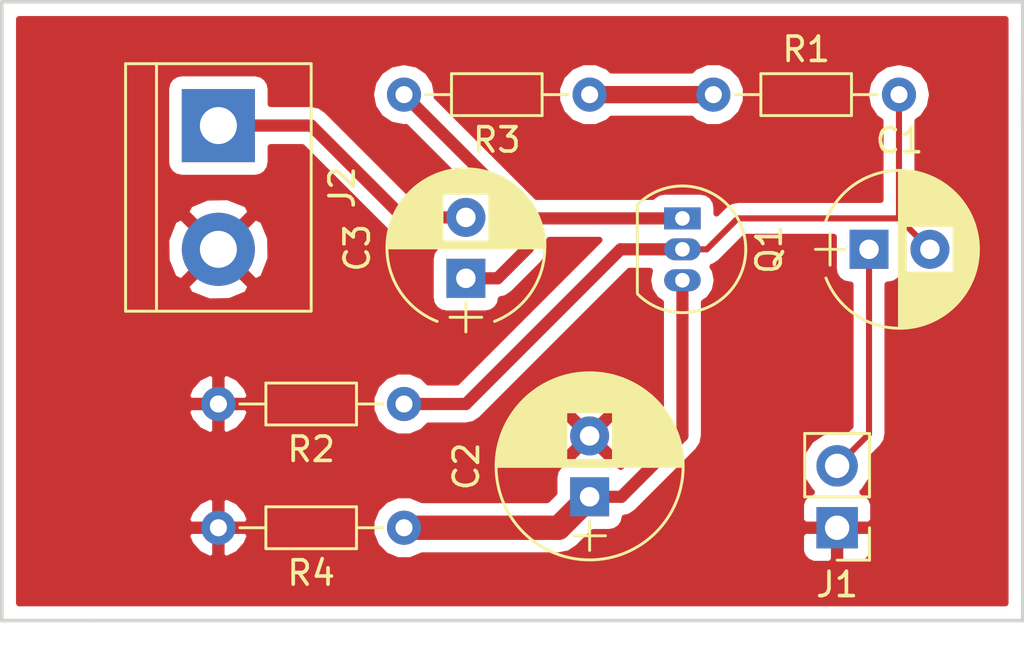
<source format=kicad_pcb>
(kicad_pcb (version 4) (host pcbnew 4.0.7)

  (general
    (links 14)
    (no_connects 4)
    (area 148.514999 107.874999 190.575001 133.425001)
    (thickness 1.6)
    (drawings 9)
    (tracks 24)
    (zones 0)
    (modules 10)
    (nets 8)
  )

  (page A4)
  (layers
    (0 F.Cu signal)
    (31 B.Cu signal)
    (32 B.Adhes user)
    (33 F.Adhes user)
    (34 B.Paste user)
    (35 F.Paste user)
    (36 B.SilkS user)
    (37 F.SilkS user)
    (38 B.Mask user)
    (39 F.Mask user)
    (40 Dwgs.User user)
    (41 Cmts.User user)
    (42 Eco1.User user)
    (43 Eco2.User user)
    (44 Edge.Cuts user)
    (45 Margin user)
    (46 B.CrtYd user)
    (47 F.CrtYd user)
    (48 B.Fab user)
    (49 F.Fab user)
  )

  (setup
    (last_trace_width 0.25)
    (user_trace_width 0.5)
    (user_trace_width 0.7)
    (user_trace_width 1)
    (trace_clearance 0.2)
    (zone_clearance 0.508)
    (zone_45_only no)
    (trace_min 0.2)
    (segment_width 0.2)
    (edge_width 0.15)
    (via_size 0.6)
    (via_drill 0.4)
    (via_min_size 0.4)
    (via_min_drill 0.3)
    (uvia_size 0.3)
    (uvia_drill 0.1)
    (uvias_allowed no)
    (uvia_min_size 0.2)
    (uvia_min_drill 0.1)
    (pcb_text_width 0.3)
    (pcb_text_size 1.5 1.5)
    (mod_edge_width 0.15)
    (mod_text_size 1 1)
    (mod_text_width 0.15)
    (pad_size 1.524 1.524)
    (pad_drill 0.762)
    (pad_to_mask_clearance 0.2)
    (aux_axis_origin 0 0)
    (visible_elements 7FFFFFFF)
    (pcbplotparams
      (layerselection 0x010f0_80000001)
      (usegerberextensions false)
      (excludeedgelayer true)
      (linewidth 0.100000)
      (plotframeref false)
      (viasonmask false)
      (mode 1)
      (useauxorigin false)
      (hpglpennumber 1)
      (hpglpenspeed 20)
      (hpglpendiameter 15)
      (hpglpenoverlay 2)
      (psnegative false)
      (psa4output false)
      (plotreference true)
      (plotvalue true)
      (plotinvisibletext false)
      (padsonsilk false)
      (subtractmaskfromsilk false)
      (outputformat 1)
      (mirror false)
      (drillshape 0)
      (scaleselection 1)
      (outputdirectory ""))
  )

  (net 0 "")
  (net 1 "Net-(C1-Pad1)")
  (net 2 "Net-(C1-Pad2)")
  (net 3 "Net-(C2-Pad1)")
  (net 4 GND)
  (net 5 "Net-(C3-Pad1)")
  (net 6 "Net-(C3-Pad2)")
  (net 7 +12V)

  (net_class Default "This is the default net class."
    (clearance 0.2)
    (trace_width 0.25)
    (via_dia 0.6)
    (via_drill 0.4)
    (uvia_dia 0.3)
    (uvia_drill 0.1)
    (add_net "Net-(C1-Pad1)")
    (add_net "Net-(C1-Pad2)")
    (add_net "Net-(C2-Pad1)")
    (add_net "Net-(C3-Pad1)")
    (add_net "Net-(C3-Pad2)")
  )

  (net_class Power ""
    (clearance 0.2)
    (trace_width 0.71)
    (via_dia 0.6)
    (via_drill 0.4)
    (uvia_dia 0.3)
    (uvia_drill 0.1)
    (add_net +12V)
    (add_net GND)
  )

  (module Pin_Headers:Pin_Header_Straight_1x02_Pitch2.54mm (layer F.Cu) (tedit 59650532) (tstamp 5ADFA074)
    (at 182.88 129.54 180)
    (descr "Through hole straight pin header, 1x02, 2.54mm pitch, single row")
    (tags "Through hole pin header THT 1x02 2.54mm single row")
    (path /5ADF9967)
    (fp_text reference J1 (at 0 -2.33 180) (layer F.SilkS)
      (effects (font (size 1 1) (thickness 0.15)))
    )
    (fp_text value Conn_01x02 (at 0 4.87 180) (layer F.Fab)
      (effects (font (size 1 1) (thickness 0.15)))
    )
    (fp_line (start -0.635 -1.27) (end 1.27 -1.27) (layer F.Fab) (width 0.1))
    (fp_line (start 1.27 -1.27) (end 1.27 3.81) (layer F.Fab) (width 0.1))
    (fp_line (start 1.27 3.81) (end -1.27 3.81) (layer F.Fab) (width 0.1))
    (fp_line (start -1.27 3.81) (end -1.27 -0.635) (layer F.Fab) (width 0.1))
    (fp_line (start -1.27 -0.635) (end -0.635 -1.27) (layer F.Fab) (width 0.1))
    (fp_line (start -1.33 3.87) (end 1.33 3.87) (layer F.SilkS) (width 0.12))
    (fp_line (start -1.33 1.27) (end -1.33 3.87) (layer F.SilkS) (width 0.12))
    (fp_line (start 1.33 1.27) (end 1.33 3.87) (layer F.SilkS) (width 0.12))
    (fp_line (start -1.33 1.27) (end 1.33 1.27) (layer F.SilkS) (width 0.12))
    (fp_line (start -1.33 0) (end -1.33 -1.33) (layer F.SilkS) (width 0.12))
    (fp_line (start -1.33 -1.33) (end 0 -1.33) (layer F.SilkS) (width 0.12))
    (fp_line (start -1.8 -1.8) (end -1.8 4.35) (layer F.CrtYd) (width 0.05))
    (fp_line (start -1.8 4.35) (end 1.8 4.35) (layer F.CrtYd) (width 0.05))
    (fp_line (start 1.8 4.35) (end 1.8 -1.8) (layer F.CrtYd) (width 0.05))
    (fp_line (start 1.8 -1.8) (end -1.8 -1.8) (layer F.CrtYd) (width 0.05))
    (fp_text user %R (at 0 1.27 450) (layer F.Fab)
      (effects (font (size 1 1) (thickness 0.15)))
    )
    (pad 1 thru_hole rect (at 0 0 180) (size 1.7 1.7) (drill 1) (layers *.Cu *.Mask)
      (net 4 GND))
    (pad 2 thru_hole oval (at 0 2.54 180) (size 1.7 1.7) (drill 1) (layers *.Cu *.Mask)
      (net 1 "Net-(C1-Pad1)"))
    (model ${KISYS3DMOD}/Pin_Headers.3dshapes/Pin_Header_Straight_1x02_Pitch2.54mm.wrl
      (at (xyz 0 0 0))
      (scale (xyz 1 1 1))
      (rotate (xyz 0 0 0))
    )
  )

  (module Capacitors_THT:CP_Radial_D6.3mm_P2.50mm (layer F.Cu) (tedit 597BC7C2) (tstamp 5ADFA062)
    (at 184.19 118.11)
    (descr "CP, Radial series, Radial, pin pitch=2.50mm, , diameter=6.3mm, Electrolytic Capacitor")
    (tags "CP Radial series Radial pin pitch 2.50mm  diameter 6.3mm Electrolytic Capacitor")
    (path /5ADFA7F3)
    (fp_text reference C1 (at 1.25 -4.46) (layer F.SilkS)
      (effects (font (size 1 1) (thickness 0.15)))
    )
    (fp_text value 20uF (at 1.25 4.46) (layer F.Fab)
      (effects (font (size 1 1) (thickness 0.15)))
    )
    (fp_arc (start 1.25 0) (end -1.767482 -1.18) (angle 137.3) (layer F.SilkS) (width 0.12))
    (fp_arc (start 1.25 0) (end -1.767482 1.18) (angle -137.3) (layer F.SilkS) (width 0.12))
    (fp_arc (start 1.25 0) (end 4.267482 -1.18) (angle 42.7) (layer F.SilkS) (width 0.12))
    (fp_circle (center 1.25 0) (end 4.4 0) (layer F.Fab) (width 0.1))
    (fp_line (start -2.2 0) (end -1 0) (layer F.Fab) (width 0.1))
    (fp_line (start -1.6 -0.65) (end -1.6 0.65) (layer F.Fab) (width 0.1))
    (fp_line (start 1.25 -3.2) (end 1.25 3.2) (layer F.SilkS) (width 0.12))
    (fp_line (start 1.29 -3.2) (end 1.29 3.2) (layer F.SilkS) (width 0.12))
    (fp_line (start 1.33 -3.2) (end 1.33 3.2) (layer F.SilkS) (width 0.12))
    (fp_line (start 1.37 -3.198) (end 1.37 3.198) (layer F.SilkS) (width 0.12))
    (fp_line (start 1.41 -3.197) (end 1.41 3.197) (layer F.SilkS) (width 0.12))
    (fp_line (start 1.45 -3.194) (end 1.45 3.194) (layer F.SilkS) (width 0.12))
    (fp_line (start 1.49 -3.192) (end 1.49 3.192) (layer F.SilkS) (width 0.12))
    (fp_line (start 1.53 -3.188) (end 1.53 -0.98) (layer F.SilkS) (width 0.12))
    (fp_line (start 1.53 0.98) (end 1.53 3.188) (layer F.SilkS) (width 0.12))
    (fp_line (start 1.57 -3.185) (end 1.57 -0.98) (layer F.SilkS) (width 0.12))
    (fp_line (start 1.57 0.98) (end 1.57 3.185) (layer F.SilkS) (width 0.12))
    (fp_line (start 1.61 -3.18) (end 1.61 -0.98) (layer F.SilkS) (width 0.12))
    (fp_line (start 1.61 0.98) (end 1.61 3.18) (layer F.SilkS) (width 0.12))
    (fp_line (start 1.65 -3.176) (end 1.65 -0.98) (layer F.SilkS) (width 0.12))
    (fp_line (start 1.65 0.98) (end 1.65 3.176) (layer F.SilkS) (width 0.12))
    (fp_line (start 1.69 -3.17) (end 1.69 -0.98) (layer F.SilkS) (width 0.12))
    (fp_line (start 1.69 0.98) (end 1.69 3.17) (layer F.SilkS) (width 0.12))
    (fp_line (start 1.73 -3.165) (end 1.73 -0.98) (layer F.SilkS) (width 0.12))
    (fp_line (start 1.73 0.98) (end 1.73 3.165) (layer F.SilkS) (width 0.12))
    (fp_line (start 1.77 -3.158) (end 1.77 -0.98) (layer F.SilkS) (width 0.12))
    (fp_line (start 1.77 0.98) (end 1.77 3.158) (layer F.SilkS) (width 0.12))
    (fp_line (start 1.81 -3.152) (end 1.81 -0.98) (layer F.SilkS) (width 0.12))
    (fp_line (start 1.81 0.98) (end 1.81 3.152) (layer F.SilkS) (width 0.12))
    (fp_line (start 1.85 -3.144) (end 1.85 -0.98) (layer F.SilkS) (width 0.12))
    (fp_line (start 1.85 0.98) (end 1.85 3.144) (layer F.SilkS) (width 0.12))
    (fp_line (start 1.89 -3.137) (end 1.89 -0.98) (layer F.SilkS) (width 0.12))
    (fp_line (start 1.89 0.98) (end 1.89 3.137) (layer F.SilkS) (width 0.12))
    (fp_line (start 1.93 -3.128) (end 1.93 -0.98) (layer F.SilkS) (width 0.12))
    (fp_line (start 1.93 0.98) (end 1.93 3.128) (layer F.SilkS) (width 0.12))
    (fp_line (start 1.971 -3.119) (end 1.971 -0.98) (layer F.SilkS) (width 0.12))
    (fp_line (start 1.971 0.98) (end 1.971 3.119) (layer F.SilkS) (width 0.12))
    (fp_line (start 2.011 -3.11) (end 2.011 -0.98) (layer F.SilkS) (width 0.12))
    (fp_line (start 2.011 0.98) (end 2.011 3.11) (layer F.SilkS) (width 0.12))
    (fp_line (start 2.051 -3.1) (end 2.051 -0.98) (layer F.SilkS) (width 0.12))
    (fp_line (start 2.051 0.98) (end 2.051 3.1) (layer F.SilkS) (width 0.12))
    (fp_line (start 2.091 -3.09) (end 2.091 -0.98) (layer F.SilkS) (width 0.12))
    (fp_line (start 2.091 0.98) (end 2.091 3.09) (layer F.SilkS) (width 0.12))
    (fp_line (start 2.131 -3.079) (end 2.131 -0.98) (layer F.SilkS) (width 0.12))
    (fp_line (start 2.131 0.98) (end 2.131 3.079) (layer F.SilkS) (width 0.12))
    (fp_line (start 2.171 -3.067) (end 2.171 -0.98) (layer F.SilkS) (width 0.12))
    (fp_line (start 2.171 0.98) (end 2.171 3.067) (layer F.SilkS) (width 0.12))
    (fp_line (start 2.211 -3.055) (end 2.211 -0.98) (layer F.SilkS) (width 0.12))
    (fp_line (start 2.211 0.98) (end 2.211 3.055) (layer F.SilkS) (width 0.12))
    (fp_line (start 2.251 -3.042) (end 2.251 -0.98) (layer F.SilkS) (width 0.12))
    (fp_line (start 2.251 0.98) (end 2.251 3.042) (layer F.SilkS) (width 0.12))
    (fp_line (start 2.291 -3.029) (end 2.291 -0.98) (layer F.SilkS) (width 0.12))
    (fp_line (start 2.291 0.98) (end 2.291 3.029) (layer F.SilkS) (width 0.12))
    (fp_line (start 2.331 -3.015) (end 2.331 -0.98) (layer F.SilkS) (width 0.12))
    (fp_line (start 2.331 0.98) (end 2.331 3.015) (layer F.SilkS) (width 0.12))
    (fp_line (start 2.371 -3.001) (end 2.371 -0.98) (layer F.SilkS) (width 0.12))
    (fp_line (start 2.371 0.98) (end 2.371 3.001) (layer F.SilkS) (width 0.12))
    (fp_line (start 2.411 -2.986) (end 2.411 -0.98) (layer F.SilkS) (width 0.12))
    (fp_line (start 2.411 0.98) (end 2.411 2.986) (layer F.SilkS) (width 0.12))
    (fp_line (start 2.451 -2.97) (end 2.451 -0.98) (layer F.SilkS) (width 0.12))
    (fp_line (start 2.451 0.98) (end 2.451 2.97) (layer F.SilkS) (width 0.12))
    (fp_line (start 2.491 -2.954) (end 2.491 -0.98) (layer F.SilkS) (width 0.12))
    (fp_line (start 2.491 0.98) (end 2.491 2.954) (layer F.SilkS) (width 0.12))
    (fp_line (start 2.531 -2.937) (end 2.531 -0.98) (layer F.SilkS) (width 0.12))
    (fp_line (start 2.531 0.98) (end 2.531 2.937) (layer F.SilkS) (width 0.12))
    (fp_line (start 2.571 -2.919) (end 2.571 -0.98) (layer F.SilkS) (width 0.12))
    (fp_line (start 2.571 0.98) (end 2.571 2.919) (layer F.SilkS) (width 0.12))
    (fp_line (start 2.611 -2.901) (end 2.611 -0.98) (layer F.SilkS) (width 0.12))
    (fp_line (start 2.611 0.98) (end 2.611 2.901) (layer F.SilkS) (width 0.12))
    (fp_line (start 2.651 -2.882) (end 2.651 -0.98) (layer F.SilkS) (width 0.12))
    (fp_line (start 2.651 0.98) (end 2.651 2.882) (layer F.SilkS) (width 0.12))
    (fp_line (start 2.691 -2.863) (end 2.691 -0.98) (layer F.SilkS) (width 0.12))
    (fp_line (start 2.691 0.98) (end 2.691 2.863) (layer F.SilkS) (width 0.12))
    (fp_line (start 2.731 -2.843) (end 2.731 -0.98) (layer F.SilkS) (width 0.12))
    (fp_line (start 2.731 0.98) (end 2.731 2.843) (layer F.SilkS) (width 0.12))
    (fp_line (start 2.771 -2.822) (end 2.771 -0.98) (layer F.SilkS) (width 0.12))
    (fp_line (start 2.771 0.98) (end 2.771 2.822) (layer F.SilkS) (width 0.12))
    (fp_line (start 2.811 -2.8) (end 2.811 -0.98) (layer F.SilkS) (width 0.12))
    (fp_line (start 2.811 0.98) (end 2.811 2.8) (layer F.SilkS) (width 0.12))
    (fp_line (start 2.851 -2.778) (end 2.851 -0.98) (layer F.SilkS) (width 0.12))
    (fp_line (start 2.851 0.98) (end 2.851 2.778) (layer F.SilkS) (width 0.12))
    (fp_line (start 2.891 -2.755) (end 2.891 -0.98) (layer F.SilkS) (width 0.12))
    (fp_line (start 2.891 0.98) (end 2.891 2.755) (layer F.SilkS) (width 0.12))
    (fp_line (start 2.931 -2.731) (end 2.931 -0.98) (layer F.SilkS) (width 0.12))
    (fp_line (start 2.931 0.98) (end 2.931 2.731) (layer F.SilkS) (width 0.12))
    (fp_line (start 2.971 -2.706) (end 2.971 -0.98) (layer F.SilkS) (width 0.12))
    (fp_line (start 2.971 0.98) (end 2.971 2.706) (layer F.SilkS) (width 0.12))
    (fp_line (start 3.011 -2.681) (end 3.011 -0.98) (layer F.SilkS) (width 0.12))
    (fp_line (start 3.011 0.98) (end 3.011 2.681) (layer F.SilkS) (width 0.12))
    (fp_line (start 3.051 -2.654) (end 3.051 -0.98) (layer F.SilkS) (width 0.12))
    (fp_line (start 3.051 0.98) (end 3.051 2.654) (layer F.SilkS) (width 0.12))
    (fp_line (start 3.091 -2.627) (end 3.091 -0.98) (layer F.SilkS) (width 0.12))
    (fp_line (start 3.091 0.98) (end 3.091 2.627) (layer F.SilkS) (width 0.12))
    (fp_line (start 3.131 -2.599) (end 3.131 -0.98) (layer F.SilkS) (width 0.12))
    (fp_line (start 3.131 0.98) (end 3.131 2.599) (layer F.SilkS) (width 0.12))
    (fp_line (start 3.171 -2.57) (end 3.171 -0.98) (layer F.SilkS) (width 0.12))
    (fp_line (start 3.171 0.98) (end 3.171 2.57) (layer F.SilkS) (width 0.12))
    (fp_line (start 3.211 -2.54) (end 3.211 -0.98) (layer F.SilkS) (width 0.12))
    (fp_line (start 3.211 0.98) (end 3.211 2.54) (layer F.SilkS) (width 0.12))
    (fp_line (start 3.251 -2.51) (end 3.251 -0.98) (layer F.SilkS) (width 0.12))
    (fp_line (start 3.251 0.98) (end 3.251 2.51) (layer F.SilkS) (width 0.12))
    (fp_line (start 3.291 -2.478) (end 3.291 -0.98) (layer F.SilkS) (width 0.12))
    (fp_line (start 3.291 0.98) (end 3.291 2.478) (layer F.SilkS) (width 0.12))
    (fp_line (start 3.331 -2.445) (end 3.331 -0.98) (layer F.SilkS) (width 0.12))
    (fp_line (start 3.331 0.98) (end 3.331 2.445) (layer F.SilkS) (width 0.12))
    (fp_line (start 3.371 -2.411) (end 3.371 -0.98) (layer F.SilkS) (width 0.12))
    (fp_line (start 3.371 0.98) (end 3.371 2.411) (layer F.SilkS) (width 0.12))
    (fp_line (start 3.411 -2.375) (end 3.411 -0.98) (layer F.SilkS) (width 0.12))
    (fp_line (start 3.411 0.98) (end 3.411 2.375) (layer F.SilkS) (width 0.12))
    (fp_line (start 3.451 -2.339) (end 3.451 -0.98) (layer F.SilkS) (width 0.12))
    (fp_line (start 3.451 0.98) (end 3.451 2.339) (layer F.SilkS) (width 0.12))
    (fp_line (start 3.491 -2.301) (end 3.491 2.301) (layer F.SilkS) (width 0.12))
    (fp_line (start 3.531 -2.262) (end 3.531 2.262) (layer F.SilkS) (width 0.12))
    (fp_line (start 3.571 -2.222) (end 3.571 2.222) (layer F.SilkS) (width 0.12))
    (fp_line (start 3.611 -2.18) (end 3.611 2.18) (layer F.SilkS) (width 0.12))
    (fp_line (start 3.651 -2.137) (end 3.651 2.137) (layer F.SilkS) (width 0.12))
    (fp_line (start 3.691 -2.092) (end 3.691 2.092) (layer F.SilkS) (width 0.12))
    (fp_line (start 3.731 -2.045) (end 3.731 2.045) (layer F.SilkS) (width 0.12))
    (fp_line (start 3.771 -1.997) (end 3.771 1.997) (layer F.SilkS) (width 0.12))
    (fp_line (start 3.811 -1.946) (end 3.811 1.946) (layer F.SilkS) (width 0.12))
    (fp_line (start 3.851 -1.894) (end 3.851 1.894) (layer F.SilkS) (width 0.12))
    (fp_line (start 3.891 -1.839) (end 3.891 1.839) (layer F.SilkS) (width 0.12))
    (fp_line (start 3.931 -1.781) (end 3.931 1.781) (layer F.SilkS) (width 0.12))
    (fp_line (start 3.971 -1.721) (end 3.971 1.721) (layer F.SilkS) (width 0.12))
    (fp_line (start 4.011 -1.658) (end 4.011 1.658) (layer F.SilkS) (width 0.12))
    (fp_line (start 4.051 -1.591) (end 4.051 1.591) (layer F.SilkS) (width 0.12))
    (fp_line (start 4.091 -1.52) (end 4.091 1.52) (layer F.SilkS) (width 0.12))
    (fp_line (start 4.131 -1.445) (end 4.131 1.445) (layer F.SilkS) (width 0.12))
    (fp_line (start 4.171 -1.364) (end 4.171 1.364) (layer F.SilkS) (width 0.12))
    (fp_line (start 4.211 -1.278) (end 4.211 1.278) (layer F.SilkS) (width 0.12))
    (fp_line (start 4.251 -1.184) (end 4.251 1.184) (layer F.SilkS) (width 0.12))
    (fp_line (start 4.291 -1.081) (end 4.291 1.081) (layer F.SilkS) (width 0.12))
    (fp_line (start 4.331 -0.966) (end 4.331 0.966) (layer F.SilkS) (width 0.12))
    (fp_line (start 4.371 -0.834) (end 4.371 0.834) (layer F.SilkS) (width 0.12))
    (fp_line (start 4.411 -0.676) (end 4.411 0.676) (layer F.SilkS) (width 0.12))
    (fp_line (start 4.451 -0.468) (end 4.451 0.468) (layer F.SilkS) (width 0.12))
    (fp_line (start -2.2 0) (end -1 0) (layer F.SilkS) (width 0.12))
    (fp_line (start -1.6 -0.65) (end -1.6 0.65) (layer F.SilkS) (width 0.12))
    (fp_line (start -2.25 -3.5) (end -2.25 3.5) (layer F.CrtYd) (width 0.05))
    (fp_line (start -2.25 3.5) (end 4.75 3.5) (layer F.CrtYd) (width 0.05))
    (fp_line (start 4.75 3.5) (end 4.75 -3.5) (layer F.CrtYd) (width 0.05))
    (fp_line (start 4.75 -3.5) (end -2.25 -3.5) (layer F.CrtYd) (width 0.05))
    (fp_text user %R (at 1.25 0) (layer F.Fab)
      (effects (font (size 1 1) (thickness 0.15)))
    )
    (pad 1 thru_hole rect (at 0 0) (size 1.6 1.6) (drill 0.8) (layers *.Cu *.Mask)
      (net 1 "Net-(C1-Pad1)"))
    (pad 2 thru_hole circle (at 2.5 0) (size 1.6 1.6) (drill 0.8) (layers *.Cu *.Mask)
      (net 2 "Net-(C1-Pad2)"))
    (model ${KISYS3DMOD}/Capacitors_THT.3dshapes/CP_Radial_D6.3mm_P2.50mm.wrl
      (at (xyz 0 0 0))
      (scale (xyz 1 1 1))
      (rotate (xyz 0 0 0))
    )
  )

  (module Capacitors_THT:CP_Radial_D7.5mm_P2.50mm (layer F.Cu) (tedit 597BC7C2) (tstamp 5ADFA068)
    (at 172.72 128.27 90)
    (descr "CP, Radial series, Radial, pin pitch=2.50mm, , diameter=7.5mm, Electrolytic Capacitor")
    (tags "CP Radial series Radial pin pitch 2.50mm  diameter 7.5mm Electrolytic Capacitor")
    (path /5ADFA881)
    (fp_text reference C2 (at 1.25 -5.06 90) (layer F.SilkS)
      (effects (font (size 1 1) (thickness 0.15)))
    )
    (fp_text value 50uF (at 1.25 5.06 90) (layer F.Fab)
      (effects (font (size 1 1) (thickness 0.15)))
    )
    (fp_circle (center 1.25 0) (end 5 0) (layer F.Fab) (width 0.1))
    (fp_circle (center 1.25 0) (end 5.09 0) (layer F.SilkS) (width 0.12))
    (fp_line (start -2.2 0) (end -1 0) (layer F.Fab) (width 0.1))
    (fp_line (start -1.6 -0.65) (end -1.6 0.65) (layer F.Fab) (width 0.1))
    (fp_line (start 1.25 -3.8) (end 1.25 3.8) (layer F.SilkS) (width 0.12))
    (fp_line (start 1.29 -3.8) (end 1.29 3.8) (layer F.SilkS) (width 0.12))
    (fp_line (start 1.33 -3.8) (end 1.33 3.8) (layer F.SilkS) (width 0.12))
    (fp_line (start 1.37 -3.799) (end 1.37 3.799) (layer F.SilkS) (width 0.12))
    (fp_line (start 1.41 -3.797) (end 1.41 3.797) (layer F.SilkS) (width 0.12))
    (fp_line (start 1.45 -3.795) (end 1.45 3.795) (layer F.SilkS) (width 0.12))
    (fp_line (start 1.49 -3.793) (end 1.49 3.793) (layer F.SilkS) (width 0.12))
    (fp_line (start 1.53 -3.79) (end 1.53 -0.98) (layer F.SilkS) (width 0.12))
    (fp_line (start 1.53 0.98) (end 1.53 3.79) (layer F.SilkS) (width 0.12))
    (fp_line (start 1.57 -3.787) (end 1.57 -0.98) (layer F.SilkS) (width 0.12))
    (fp_line (start 1.57 0.98) (end 1.57 3.787) (layer F.SilkS) (width 0.12))
    (fp_line (start 1.61 -3.784) (end 1.61 -0.98) (layer F.SilkS) (width 0.12))
    (fp_line (start 1.61 0.98) (end 1.61 3.784) (layer F.SilkS) (width 0.12))
    (fp_line (start 1.65 -3.78) (end 1.65 -0.98) (layer F.SilkS) (width 0.12))
    (fp_line (start 1.65 0.98) (end 1.65 3.78) (layer F.SilkS) (width 0.12))
    (fp_line (start 1.69 -3.775) (end 1.69 -0.98) (layer F.SilkS) (width 0.12))
    (fp_line (start 1.69 0.98) (end 1.69 3.775) (layer F.SilkS) (width 0.12))
    (fp_line (start 1.73 -3.77) (end 1.73 -0.98) (layer F.SilkS) (width 0.12))
    (fp_line (start 1.73 0.98) (end 1.73 3.77) (layer F.SilkS) (width 0.12))
    (fp_line (start 1.77 -3.765) (end 1.77 -0.98) (layer F.SilkS) (width 0.12))
    (fp_line (start 1.77 0.98) (end 1.77 3.765) (layer F.SilkS) (width 0.12))
    (fp_line (start 1.81 -3.759) (end 1.81 -0.98) (layer F.SilkS) (width 0.12))
    (fp_line (start 1.81 0.98) (end 1.81 3.759) (layer F.SilkS) (width 0.12))
    (fp_line (start 1.85 -3.753) (end 1.85 -0.98) (layer F.SilkS) (width 0.12))
    (fp_line (start 1.85 0.98) (end 1.85 3.753) (layer F.SilkS) (width 0.12))
    (fp_line (start 1.89 -3.747) (end 1.89 -0.98) (layer F.SilkS) (width 0.12))
    (fp_line (start 1.89 0.98) (end 1.89 3.747) (layer F.SilkS) (width 0.12))
    (fp_line (start 1.93 -3.74) (end 1.93 -0.98) (layer F.SilkS) (width 0.12))
    (fp_line (start 1.93 0.98) (end 1.93 3.74) (layer F.SilkS) (width 0.12))
    (fp_line (start 1.971 -3.732) (end 1.971 -0.98) (layer F.SilkS) (width 0.12))
    (fp_line (start 1.971 0.98) (end 1.971 3.732) (layer F.SilkS) (width 0.12))
    (fp_line (start 2.011 -3.725) (end 2.011 -0.98) (layer F.SilkS) (width 0.12))
    (fp_line (start 2.011 0.98) (end 2.011 3.725) (layer F.SilkS) (width 0.12))
    (fp_line (start 2.051 -3.716) (end 2.051 -0.98) (layer F.SilkS) (width 0.12))
    (fp_line (start 2.051 0.98) (end 2.051 3.716) (layer F.SilkS) (width 0.12))
    (fp_line (start 2.091 -3.707) (end 2.091 -0.98) (layer F.SilkS) (width 0.12))
    (fp_line (start 2.091 0.98) (end 2.091 3.707) (layer F.SilkS) (width 0.12))
    (fp_line (start 2.131 -3.698) (end 2.131 -0.98) (layer F.SilkS) (width 0.12))
    (fp_line (start 2.131 0.98) (end 2.131 3.698) (layer F.SilkS) (width 0.12))
    (fp_line (start 2.171 -3.689) (end 2.171 -0.98) (layer F.SilkS) (width 0.12))
    (fp_line (start 2.171 0.98) (end 2.171 3.689) (layer F.SilkS) (width 0.12))
    (fp_line (start 2.211 -3.679) (end 2.211 -0.98) (layer F.SilkS) (width 0.12))
    (fp_line (start 2.211 0.98) (end 2.211 3.679) (layer F.SilkS) (width 0.12))
    (fp_line (start 2.251 -3.668) (end 2.251 -0.98) (layer F.SilkS) (width 0.12))
    (fp_line (start 2.251 0.98) (end 2.251 3.668) (layer F.SilkS) (width 0.12))
    (fp_line (start 2.291 -3.657) (end 2.291 -0.98) (layer F.SilkS) (width 0.12))
    (fp_line (start 2.291 0.98) (end 2.291 3.657) (layer F.SilkS) (width 0.12))
    (fp_line (start 2.331 -3.645) (end 2.331 -0.98) (layer F.SilkS) (width 0.12))
    (fp_line (start 2.331 0.98) (end 2.331 3.645) (layer F.SilkS) (width 0.12))
    (fp_line (start 2.371 -3.634) (end 2.371 -0.98) (layer F.SilkS) (width 0.12))
    (fp_line (start 2.371 0.98) (end 2.371 3.634) (layer F.SilkS) (width 0.12))
    (fp_line (start 2.411 -3.621) (end 2.411 -0.98) (layer F.SilkS) (width 0.12))
    (fp_line (start 2.411 0.98) (end 2.411 3.621) (layer F.SilkS) (width 0.12))
    (fp_line (start 2.451 -3.608) (end 2.451 -0.98) (layer F.SilkS) (width 0.12))
    (fp_line (start 2.451 0.98) (end 2.451 3.608) (layer F.SilkS) (width 0.12))
    (fp_line (start 2.491 -3.595) (end 2.491 -0.98) (layer F.SilkS) (width 0.12))
    (fp_line (start 2.491 0.98) (end 2.491 3.595) (layer F.SilkS) (width 0.12))
    (fp_line (start 2.531 -3.581) (end 2.531 -0.98) (layer F.SilkS) (width 0.12))
    (fp_line (start 2.531 0.98) (end 2.531 3.581) (layer F.SilkS) (width 0.12))
    (fp_line (start 2.571 -3.566) (end 2.571 -0.98) (layer F.SilkS) (width 0.12))
    (fp_line (start 2.571 0.98) (end 2.571 3.566) (layer F.SilkS) (width 0.12))
    (fp_line (start 2.611 -3.552) (end 2.611 -0.98) (layer F.SilkS) (width 0.12))
    (fp_line (start 2.611 0.98) (end 2.611 3.552) (layer F.SilkS) (width 0.12))
    (fp_line (start 2.651 -3.536) (end 2.651 -0.98) (layer F.SilkS) (width 0.12))
    (fp_line (start 2.651 0.98) (end 2.651 3.536) (layer F.SilkS) (width 0.12))
    (fp_line (start 2.691 -3.52) (end 2.691 -0.98) (layer F.SilkS) (width 0.12))
    (fp_line (start 2.691 0.98) (end 2.691 3.52) (layer F.SilkS) (width 0.12))
    (fp_line (start 2.731 -3.504) (end 2.731 -0.98) (layer F.SilkS) (width 0.12))
    (fp_line (start 2.731 0.98) (end 2.731 3.504) (layer F.SilkS) (width 0.12))
    (fp_line (start 2.771 -3.487) (end 2.771 -0.98) (layer F.SilkS) (width 0.12))
    (fp_line (start 2.771 0.98) (end 2.771 3.487) (layer F.SilkS) (width 0.12))
    (fp_line (start 2.811 -3.469) (end 2.811 -0.98) (layer F.SilkS) (width 0.12))
    (fp_line (start 2.811 0.98) (end 2.811 3.469) (layer F.SilkS) (width 0.12))
    (fp_line (start 2.851 -3.451) (end 2.851 -0.98) (layer F.SilkS) (width 0.12))
    (fp_line (start 2.851 0.98) (end 2.851 3.451) (layer F.SilkS) (width 0.12))
    (fp_line (start 2.891 -3.433) (end 2.891 -0.98) (layer F.SilkS) (width 0.12))
    (fp_line (start 2.891 0.98) (end 2.891 3.433) (layer F.SilkS) (width 0.12))
    (fp_line (start 2.931 -3.413) (end 2.931 -0.98) (layer F.SilkS) (width 0.12))
    (fp_line (start 2.931 0.98) (end 2.931 3.413) (layer F.SilkS) (width 0.12))
    (fp_line (start 2.971 -3.394) (end 2.971 -0.98) (layer F.SilkS) (width 0.12))
    (fp_line (start 2.971 0.98) (end 2.971 3.394) (layer F.SilkS) (width 0.12))
    (fp_line (start 3.011 -3.373) (end 3.011 -0.98) (layer F.SilkS) (width 0.12))
    (fp_line (start 3.011 0.98) (end 3.011 3.373) (layer F.SilkS) (width 0.12))
    (fp_line (start 3.051 -3.352) (end 3.051 -0.98) (layer F.SilkS) (width 0.12))
    (fp_line (start 3.051 0.98) (end 3.051 3.352) (layer F.SilkS) (width 0.12))
    (fp_line (start 3.091 -3.331) (end 3.091 -0.98) (layer F.SilkS) (width 0.12))
    (fp_line (start 3.091 0.98) (end 3.091 3.331) (layer F.SilkS) (width 0.12))
    (fp_line (start 3.131 -3.309) (end 3.131 -0.98) (layer F.SilkS) (width 0.12))
    (fp_line (start 3.131 0.98) (end 3.131 3.309) (layer F.SilkS) (width 0.12))
    (fp_line (start 3.171 -3.286) (end 3.171 -0.98) (layer F.SilkS) (width 0.12))
    (fp_line (start 3.171 0.98) (end 3.171 3.286) (layer F.SilkS) (width 0.12))
    (fp_line (start 3.211 -3.263) (end 3.211 -0.98) (layer F.SilkS) (width 0.12))
    (fp_line (start 3.211 0.98) (end 3.211 3.263) (layer F.SilkS) (width 0.12))
    (fp_line (start 3.251 -3.239) (end 3.251 -0.98) (layer F.SilkS) (width 0.12))
    (fp_line (start 3.251 0.98) (end 3.251 3.239) (layer F.SilkS) (width 0.12))
    (fp_line (start 3.291 -3.214) (end 3.291 -0.98) (layer F.SilkS) (width 0.12))
    (fp_line (start 3.291 0.98) (end 3.291 3.214) (layer F.SilkS) (width 0.12))
    (fp_line (start 3.331 -3.188) (end 3.331 -0.98) (layer F.SilkS) (width 0.12))
    (fp_line (start 3.331 0.98) (end 3.331 3.188) (layer F.SilkS) (width 0.12))
    (fp_line (start 3.371 -3.162) (end 3.371 -0.98) (layer F.SilkS) (width 0.12))
    (fp_line (start 3.371 0.98) (end 3.371 3.162) (layer F.SilkS) (width 0.12))
    (fp_line (start 3.411 -3.135) (end 3.411 -0.98) (layer F.SilkS) (width 0.12))
    (fp_line (start 3.411 0.98) (end 3.411 3.135) (layer F.SilkS) (width 0.12))
    (fp_line (start 3.451 -3.108) (end 3.451 -0.98) (layer F.SilkS) (width 0.12))
    (fp_line (start 3.451 0.98) (end 3.451 3.108) (layer F.SilkS) (width 0.12))
    (fp_line (start 3.491 -3.079) (end 3.491 3.079) (layer F.SilkS) (width 0.12))
    (fp_line (start 3.531 -3.05) (end 3.531 3.05) (layer F.SilkS) (width 0.12))
    (fp_line (start 3.571 -3.02) (end 3.571 3.02) (layer F.SilkS) (width 0.12))
    (fp_line (start 3.611 -2.99) (end 3.611 2.99) (layer F.SilkS) (width 0.12))
    (fp_line (start 3.651 -2.958) (end 3.651 2.958) (layer F.SilkS) (width 0.12))
    (fp_line (start 3.691 -2.926) (end 3.691 2.926) (layer F.SilkS) (width 0.12))
    (fp_line (start 3.731 -2.892) (end 3.731 2.892) (layer F.SilkS) (width 0.12))
    (fp_line (start 3.771 -2.858) (end 3.771 2.858) (layer F.SilkS) (width 0.12))
    (fp_line (start 3.811 -2.823) (end 3.811 2.823) (layer F.SilkS) (width 0.12))
    (fp_line (start 3.851 -2.786) (end 3.851 2.786) (layer F.SilkS) (width 0.12))
    (fp_line (start 3.891 -2.749) (end 3.891 2.749) (layer F.SilkS) (width 0.12))
    (fp_line (start 3.931 -2.711) (end 3.931 2.711) (layer F.SilkS) (width 0.12))
    (fp_line (start 3.971 -2.671) (end 3.971 2.671) (layer F.SilkS) (width 0.12))
    (fp_line (start 4.011 -2.63) (end 4.011 2.63) (layer F.SilkS) (width 0.12))
    (fp_line (start 4.051 -2.588) (end 4.051 2.588) (layer F.SilkS) (width 0.12))
    (fp_line (start 4.091 -2.545) (end 4.091 2.545) (layer F.SilkS) (width 0.12))
    (fp_line (start 4.131 -2.5) (end 4.131 2.5) (layer F.SilkS) (width 0.12))
    (fp_line (start 4.171 -2.454) (end 4.171 2.454) (layer F.SilkS) (width 0.12))
    (fp_line (start 4.211 -2.407) (end 4.211 2.407) (layer F.SilkS) (width 0.12))
    (fp_line (start 4.251 -2.357) (end 4.251 2.357) (layer F.SilkS) (width 0.12))
    (fp_line (start 4.291 -2.307) (end 4.291 2.307) (layer F.SilkS) (width 0.12))
    (fp_line (start 4.331 -2.254) (end 4.331 2.254) (layer F.SilkS) (width 0.12))
    (fp_line (start 4.371 -2.199) (end 4.371 2.199) (layer F.SilkS) (width 0.12))
    (fp_line (start 4.411 -2.142) (end 4.411 2.142) (layer F.SilkS) (width 0.12))
    (fp_line (start 4.451 -2.083) (end 4.451 2.083) (layer F.SilkS) (width 0.12))
    (fp_line (start 4.491 -2.022) (end 4.491 2.022) (layer F.SilkS) (width 0.12))
    (fp_line (start 4.531 -1.957) (end 4.531 1.957) (layer F.SilkS) (width 0.12))
    (fp_line (start 4.571 -1.89) (end 4.571 1.89) (layer F.SilkS) (width 0.12))
    (fp_line (start 4.611 -1.82) (end 4.611 1.82) (layer F.SilkS) (width 0.12))
    (fp_line (start 4.651 -1.745) (end 4.651 1.745) (layer F.SilkS) (width 0.12))
    (fp_line (start 4.691 -1.667) (end 4.691 1.667) (layer F.SilkS) (width 0.12))
    (fp_line (start 4.731 -1.584) (end 4.731 1.584) (layer F.SilkS) (width 0.12))
    (fp_line (start 4.771 -1.495) (end 4.771 1.495) (layer F.SilkS) (width 0.12))
    (fp_line (start 4.811 -1.4) (end 4.811 1.4) (layer F.SilkS) (width 0.12))
    (fp_line (start 4.851 -1.297) (end 4.851 1.297) (layer F.SilkS) (width 0.12))
    (fp_line (start 4.891 -1.184) (end 4.891 1.184) (layer F.SilkS) (width 0.12))
    (fp_line (start 4.931 -1.057) (end 4.931 1.057) (layer F.SilkS) (width 0.12))
    (fp_line (start 4.971 -0.913) (end 4.971 0.913) (layer F.SilkS) (width 0.12))
    (fp_line (start 5.011 -0.74) (end 5.011 0.74) (layer F.SilkS) (width 0.12))
    (fp_line (start 5.051 -0.513) (end 5.051 0.513) (layer F.SilkS) (width 0.12))
    (fp_line (start -2.2 0) (end -1 0) (layer F.SilkS) (width 0.12))
    (fp_line (start -1.6 -0.65) (end -1.6 0.65) (layer F.SilkS) (width 0.12))
    (fp_line (start -2.85 -4.1) (end -2.85 4.1) (layer F.CrtYd) (width 0.05))
    (fp_line (start -2.85 4.1) (end 5.35 4.1) (layer F.CrtYd) (width 0.05))
    (fp_line (start 5.35 4.1) (end 5.35 -4.1) (layer F.CrtYd) (width 0.05))
    (fp_line (start 5.35 -4.1) (end -2.85 -4.1) (layer F.CrtYd) (width 0.05))
    (fp_text user %R (at -5.08 -3.81 90) (layer F.Fab)
      (effects (font (size 1 1) (thickness 0.15)))
    )
    (pad 1 thru_hole rect (at 0 0 90) (size 1.6 1.6) (drill 0.8) (layers *.Cu *.Mask)
      (net 3 "Net-(C2-Pad1)"))
    (pad 2 thru_hole circle (at 2.5 0 90) (size 1.6 1.6) (drill 0.8) (layers *.Cu *.Mask)
      (net 4 GND))
    (model ${KISYS3DMOD}/Capacitors_THT.3dshapes/CP_Radial_D7.5mm_P2.50mm.wrl
      (at (xyz 0 0 0))
      (scale (xyz 1 1 1))
      (rotate (xyz 0 0 0))
    )
  )

  (module Capacitors_THT:CP_Radial_D6.3mm_P2.50mm (layer F.Cu) (tedit 597BC7C2) (tstamp 5ADFA06E)
    (at 167.64 119.3 90)
    (descr "CP, Radial series, Radial, pin pitch=2.50mm, , diameter=6.3mm, Electrolytic Capacitor")
    (tags "CP Radial series Radial pin pitch 2.50mm  diameter 6.3mm Electrolytic Capacitor")
    (path /5ADFA8C0)
    (fp_text reference C3 (at 1.25 -4.46 90) (layer F.SilkS)
      (effects (font (size 1 1) (thickness 0.15)))
    )
    (fp_text value 20uF (at 1.25 4.46 90) (layer F.Fab)
      (effects (font (size 1 1) (thickness 0.15)))
    )
    (fp_arc (start 1.25 0) (end -1.767482 -1.18) (angle 137.3) (layer F.SilkS) (width 0.12))
    (fp_arc (start 1.25 0) (end -1.767482 1.18) (angle -137.3) (layer F.SilkS) (width 0.12))
    (fp_arc (start 1.25 0) (end 4.267482 -1.18) (angle 42.7) (layer F.SilkS) (width 0.12))
    (fp_circle (center 1.25 0) (end 4.4 0) (layer F.Fab) (width 0.1))
    (fp_line (start -2.2 0) (end -1 0) (layer F.Fab) (width 0.1))
    (fp_line (start -1.6 -0.65) (end -1.6 0.65) (layer F.Fab) (width 0.1))
    (fp_line (start 1.25 -3.2) (end 1.25 3.2) (layer F.SilkS) (width 0.12))
    (fp_line (start 1.29 -3.2) (end 1.29 3.2) (layer F.SilkS) (width 0.12))
    (fp_line (start 1.33 -3.2) (end 1.33 3.2) (layer F.SilkS) (width 0.12))
    (fp_line (start 1.37 -3.198) (end 1.37 3.198) (layer F.SilkS) (width 0.12))
    (fp_line (start 1.41 -3.197) (end 1.41 3.197) (layer F.SilkS) (width 0.12))
    (fp_line (start 1.45 -3.194) (end 1.45 3.194) (layer F.SilkS) (width 0.12))
    (fp_line (start 1.49 -3.192) (end 1.49 3.192) (layer F.SilkS) (width 0.12))
    (fp_line (start 1.53 -3.188) (end 1.53 -0.98) (layer F.SilkS) (width 0.12))
    (fp_line (start 1.53 0.98) (end 1.53 3.188) (layer F.SilkS) (width 0.12))
    (fp_line (start 1.57 -3.185) (end 1.57 -0.98) (layer F.SilkS) (width 0.12))
    (fp_line (start 1.57 0.98) (end 1.57 3.185) (layer F.SilkS) (width 0.12))
    (fp_line (start 1.61 -3.18) (end 1.61 -0.98) (layer F.SilkS) (width 0.12))
    (fp_line (start 1.61 0.98) (end 1.61 3.18) (layer F.SilkS) (width 0.12))
    (fp_line (start 1.65 -3.176) (end 1.65 -0.98) (layer F.SilkS) (width 0.12))
    (fp_line (start 1.65 0.98) (end 1.65 3.176) (layer F.SilkS) (width 0.12))
    (fp_line (start 1.69 -3.17) (end 1.69 -0.98) (layer F.SilkS) (width 0.12))
    (fp_line (start 1.69 0.98) (end 1.69 3.17) (layer F.SilkS) (width 0.12))
    (fp_line (start 1.73 -3.165) (end 1.73 -0.98) (layer F.SilkS) (width 0.12))
    (fp_line (start 1.73 0.98) (end 1.73 3.165) (layer F.SilkS) (width 0.12))
    (fp_line (start 1.77 -3.158) (end 1.77 -0.98) (layer F.SilkS) (width 0.12))
    (fp_line (start 1.77 0.98) (end 1.77 3.158) (layer F.SilkS) (width 0.12))
    (fp_line (start 1.81 -3.152) (end 1.81 -0.98) (layer F.SilkS) (width 0.12))
    (fp_line (start 1.81 0.98) (end 1.81 3.152) (layer F.SilkS) (width 0.12))
    (fp_line (start 1.85 -3.144) (end 1.85 -0.98) (layer F.SilkS) (width 0.12))
    (fp_line (start 1.85 0.98) (end 1.85 3.144) (layer F.SilkS) (width 0.12))
    (fp_line (start 1.89 -3.137) (end 1.89 -0.98) (layer F.SilkS) (width 0.12))
    (fp_line (start 1.89 0.98) (end 1.89 3.137) (layer F.SilkS) (width 0.12))
    (fp_line (start 1.93 -3.128) (end 1.93 -0.98) (layer F.SilkS) (width 0.12))
    (fp_line (start 1.93 0.98) (end 1.93 3.128) (layer F.SilkS) (width 0.12))
    (fp_line (start 1.971 -3.119) (end 1.971 -0.98) (layer F.SilkS) (width 0.12))
    (fp_line (start 1.971 0.98) (end 1.971 3.119) (layer F.SilkS) (width 0.12))
    (fp_line (start 2.011 -3.11) (end 2.011 -0.98) (layer F.SilkS) (width 0.12))
    (fp_line (start 2.011 0.98) (end 2.011 3.11) (layer F.SilkS) (width 0.12))
    (fp_line (start 2.051 -3.1) (end 2.051 -0.98) (layer F.SilkS) (width 0.12))
    (fp_line (start 2.051 0.98) (end 2.051 3.1) (layer F.SilkS) (width 0.12))
    (fp_line (start 2.091 -3.09) (end 2.091 -0.98) (layer F.SilkS) (width 0.12))
    (fp_line (start 2.091 0.98) (end 2.091 3.09) (layer F.SilkS) (width 0.12))
    (fp_line (start 2.131 -3.079) (end 2.131 -0.98) (layer F.SilkS) (width 0.12))
    (fp_line (start 2.131 0.98) (end 2.131 3.079) (layer F.SilkS) (width 0.12))
    (fp_line (start 2.171 -3.067) (end 2.171 -0.98) (layer F.SilkS) (width 0.12))
    (fp_line (start 2.171 0.98) (end 2.171 3.067) (layer F.SilkS) (width 0.12))
    (fp_line (start 2.211 -3.055) (end 2.211 -0.98) (layer F.SilkS) (width 0.12))
    (fp_line (start 2.211 0.98) (end 2.211 3.055) (layer F.SilkS) (width 0.12))
    (fp_line (start 2.251 -3.042) (end 2.251 -0.98) (layer F.SilkS) (width 0.12))
    (fp_line (start 2.251 0.98) (end 2.251 3.042) (layer F.SilkS) (width 0.12))
    (fp_line (start 2.291 -3.029) (end 2.291 -0.98) (layer F.SilkS) (width 0.12))
    (fp_line (start 2.291 0.98) (end 2.291 3.029) (layer F.SilkS) (width 0.12))
    (fp_line (start 2.331 -3.015) (end 2.331 -0.98) (layer F.SilkS) (width 0.12))
    (fp_line (start 2.331 0.98) (end 2.331 3.015) (layer F.SilkS) (width 0.12))
    (fp_line (start 2.371 -3.001) (end 2.371 -0.98) (layer F.SilkS) (width 0.12))
    (fp_line (start 2.371 0.98) (end 2.371 3.001) (layer F.SilkS) (width 0.12))
    (fp_line (start 2.411 -2.986) (end 2.411 -0.98) (layer F.SilkS) (width 0.12))
    (fp_line (start 2.411 0.98) (end 2.411 2.986) (layer F.SilkS) (width 0.12))
    (fp_line (start 2.451 -2.97) (end 2.451 -0.98) (layer F.SilkS) (width 0.12))
    (fp_line (start 2.451 0.98) (end 2.451 2.97) (layer F.SilkS) (width 0.12))
    (fp_line (start 2.491 -2.954) (end 2.491 -0.98) (layer F.SilkS) (width 0.12))
    (fp_line (start 2.491 0.98) (end 2.491 2.954) (layer F.SilkS) (width 0.12))
    (fp_line (start 2.531 -2.937) (end 2.531 -0.98) (layer F.SilkS) (width 0.12))
    (fp_line (start 2.531 0.98) (end 2.531 2.937) (layer F.SilkS) (width 0.12))
    (fp_line (start 2.571 -2.919) (end 2.571 -0.98) (layer F.SilkS) (width 0.12))
    (fp_line (start 2.571 0.98) (end 2.571 2.919) (layer F.SilkS) (width 0.12))
    (fp_line (start 2.611 -2.901) (end 2.611 -0.98) (layer F.SilkS) (width 0.12))
    (fp_line (start 2.611 0.98) (end 2.611 2.901) (layer F.SilkS) (width 0.12))
    (fp_line (start 2.651 -2.882) (end 2.651 -0.98) (layer F.SilkS) (width 0.12))
    (fp_line (start 2.651 0.98) (end 2.651 2.882) (layer F.SilkS) (width 0.12))
    (fp_line (start 2.691 -2.863) (end 2.691 -0.98) (layer F.SilkS) (width 0.12))
    (fp_line (start 2.691 0.98) (end 2.691 2.863) (layer F.SilkS) (width 0.12))
    (fp_line (start 2.731 -2.843) (end 2.731 -0.98) (layer F.SilkS) (width 0.12))
    (fp_line (start 2.731 0.98) (end 2.731 2.843) (layer F.SilkS) (width 0.12))
    (fp_line (start 2.771 -2.822) (end 2.771 -0.98) (layer F.SilkS) (width 0.12))
    (fp_line (start 2.771 0.98) (end 2.771 2.822) (layer F.SilkS) (width 0.12))
    (fp_line (start 2.811 -2.8) (end 2.811 -0.98) (layer F.SilkS) (width 0.12))
    (fp_line (start 2.811 0.98) (end 2.811 2.8) (layer F.SilkS) (width 0.12))
    (fp_line (start 2.851 -2.778) (end 2.851 -0.98) (layer F.SilkS) (width 0.12))
    (fp_line (start 2.851 0.98) (end 2.851 2.778) (layer F.SilkS) (width 0.12))
    (fp_line (start 2.891 -2.755) (end 2.891 -0.98) (layer F.SilkS) (width 0.12))
    (fp_line (start 2.891 0.98) (end 2.891 2.755) (layer F.SilkS) (width 0.12))
    (fp_line (start 2.931 -2.731) (end 2.931 -0.98) (layer F.SilkS) (width 0.12))
    (fp_line (start 2.931 0.98) (end 2.931 2.731) (layer F.SilkS) (width 0.12))
    (fp_line (start 2.971 -2.706) (end 2.971 -0.98) (layer F.SilkS) (width 0.12))
    (fp_line (start 2.971 0.98) (end 2.971 2.706) (layer F.SilkS) (width 0.12))
    (fp_line (start 3.011 -2.681) (end 3.011 -0.98) (layer F.SilkS) (width 0.12))
    (fp_line (start 3.011 0.98) (end 3.011 2.681) (layer F.SilkS) (width 0.12))
    (fp_line (start 3.051 -2.654) (end 3.051 -0.98) (layer F.SilkS) (width 0.12))
    (fp_line (start 3.051 0.98) (end 3.051 2.654) (layer F.SilkS) (width 0.12))
    (fp_line (start 3.091 -2.627) (end 3.091 -0.98) (layer F.SilkS) (width 0.12))
    (fp_line (start 3.091 0.98) (end 3.091 2.627) (layer F.SilkS) (width 0.12))
    (fp_line (start 3.131 -2.599) (end 3.131 -0.98) (layer F.SilkS) (width 0.12))
    (fp_line (start 3.131 0.98) (end 3.131 2.599) (layer F.SilkS) (width 0.12))
    (fp_line (start 3.171 -2.57) (end 3.171 -0.98) (layer F.SilkS) (width 0.12))
    (fp_line (start 3.171 0.98) (end 3.171 2.57) (layer F.SilkS) (width 0.12))
    (fp_line (start 3.211 -2.54) (end 3.211 -0.98) (layer F.SilkS) (width 0.12))
    (fp_line (start 3.211 0.98) (end 3.211 2.54) (layer F.SilkS) (width 0.12))
    (fp_line (start 3.251 -2.51) (end 3.251 -0.98) (layer F.SilkS) (width 0.12))
    (fp_line (start 3.251 0.98) (end 3.251 2.51) (layer F.SilkS) (width 0.12))
    (fp_line (start 3.291 -2.478) (end 3.291 -0.98) (layer F.SilkS) (width 0.12))
    (fp_line (start 3.291 0.98) (end 3.291 2.478) (layer F.SilkS) (width 0.12))
    (fp_line (start 3.331 -2.445) (end 3.331 -0.98) (layer F.SilkS) (width 0.12))
    (fp_line (start 3.331 0.98) (end 3.331 2.445) (layer F.SilkS) (width 0.12))
    (fp_line (start 3.371 -2.411) (end 3.371 -0.98) (layer F.SilkS) (width 0.12))
    (fp_line (start 3.371 0.98) (end 3.371 2.411) (layer F.SilkS) (width 0.12))
    (fp_line (start 3.411 -2.375) (end 3.411 -0.98) (layer F.SilkS) (width 0.12))
    (fp_line (start 3.411 0.98) (end 3.411 2.375) (layer F.SilkS) (width 0.12))
    (fp_line (start 3.451 -2.339) (end 3.451 -0.98) (layer F.SilkS) (width 0.12))
    (fp_line (start 3.451 0.98) (end 3.451 2.339) (layer F.SilkS) (width 0.12))
    (fp_line (start 3.491 -2.301) (end 3.491 2.301) (layer F.SilkS) (width 0.12))
    (fp_line (start 3.531 -2.262) (end 3.531 2.262) (layer F.SilkS) (width 0.12))
    (fp_line (start 3.571 -2.222) (end 3.571 2.222) (layer F.SilkS) (width 0.12))
    (fp_line (start 3.611 -2.18) (end 3.611 2.18) (layer F.SilkS) (width 0.12))
    (fp_line (start 3.651 -2.137) (end 3.651 2.137) (layer F.SilkS) (width 0.12))
    (fp_line (start 3.691 -2.092) (end 3.691 2.092) (layer F.SilkS) (width 0.12))
    (fp_line (start 3.731 -2.045) (end 3.731 2.045) (layer F.SilkS) (width 0.12))
    (fp_line (start 3.771 -1.997) (end 3.771 1.997) (layer F.SilkS) (width 0.12))
    (fp_line (start 3.811 -1.946) (end 3.811 1.946) (layer F.SilkS) (width 0.12))
    (fp_line (start 3.851 -1.894) (end 3.851 1.894) (layer F.SilkS) (width 0.12))
    (fp_line (start 3.891 -1.839) (end 3.891 1.839) (layer F.SilkS) (width 0.12))
    (fp_line (start 3.931 -1.781) (end 3.931 1.781) (layer F.SilkS) (width 0.12))
    (fp_line (start 3.971 -1.721) (end 3.971 1.721) (layer F.SilkS) (width 0.12))
    (fp_line (start 4.011 -1.658) (end 4.011 1.658) (layer F.SilkS) (width 0.12))
    (fp_line (start 4.051 -1.591) (end 4.051 1.591) (layer F.SilkS) (width 0.12))
    (fp_line (start 4.091 -1.52) (end 4.091 1.52) (layer F.SilkS) (width 0.12))
    (fp_line (start 4.131 -1.445) (end 4.131 1.445) (layer F.SilkS) (width 0.12))
    (fp_line (start 4.171 -1.364) (end 4.171 1.364) (layer F.SilkS) (width 0.12))
    (fp_line (start 4.211 -1.278) (end 4.211 1.278) (layer F.SilkS) (width 0.12))
    (fp_line (start 4.251 -1.184) (end 4.251 1.184) (layer F.SilkS) (width 0.12))
    (fp_line (start 4.291 -1.081) (end 4.291 1.081) (layer F.SilkS) (width 0.12))
    (fp_line (start 4.331 -0.966) (end 4.331 0.966) (layer F.SilkS) (width 0.12))
    (fp_line (start 4.371 -0.834) (end 4.371 0.834) (layer F.SilkS) (width 0.12))
    (fp_line (start 4.411 -0.676) (end 4.411 0.676) (layer F.SilkS) (width 0.12))
    (fp_line (start 4.451 -0.468) (end 4.451 0.468) (layer F.SilkS) (width 0.12))
    (fp_line (start -2.2 0) (end -1 0) (layer F.SilkS) (width 0.12))
    (fp_line (start -1.6 -0.65) (end -1.6 0.65) (layer F.SilkS) (width 0.12))
    (fp_line (start -2.25 -3.5) (end -2.25 3.5) (layer F.CrtYd) (width 0.05))
    (fp_line (start -2.25 3.5) (end 4.75 3.5) (layer F.CrtYd) (width 0.05))
    (fp_line (start 4.75 3.5) (end 4.75 -3.5) (layer F.CrtYd) (width 0.05))
    (fp_line (start 4.75 -3.5) (end -2.25 -3.5) (layer F.CrtYd) (width 0.05))
    (fp_text user %R (at -4.535001 1.445 90) (layer F.Fab)
      (effects (font (size 1 1) (thickness 0.15)))
    )
    (pad 1 thru_hole rect (at 0 0 90) (size 1.6 1.6) (drill 0.8) (layers *.Cu *.Mask)
      (net 5 "Net-(C3-Pad1)"))
    (pad 2 thru_hole circle (at 2.5 0 90) (size 1.6 1.6) (drill 0.8) (layers *.Cu *.Mask)
      (net 6 "Net-(C3-Pad2)"))
    (model ${KISYS3DMOD}/Capacitors_THT.3dshapes/CP_Radial_D6.3mm_P2.50mm.wrl
      (at (xyz 0 0 0))
      (scale (xyz 1 1 1))
      (rotate (xyz 0 0 0))
    )
  )

  (module Connectors_Terminal_Blocks:TerminalBlock_bornier-2_P5.08mm (layer F.Cu) (tedit 59FF03AB) (tstamp 5ADFA07A)
    (at 157.48 113.03 270)
    (descr "simple 2-pin terminal block, pitch 5.08mm, revamped version of bornier2")
    (tags "terminal block bornier2")
    (path /5ADF999A)
    (fp_text reference J2 (at 2.54 -5.08 270) (layer F.SilkS)
      (effects (font (size 1 1) (thickness 0.15)))
    )
    (fp_text value Conn_01x02 (at 2.54 5.08 270) (layer F.Fab)
      (effects (font (size 1 1) (thickness 0.15)))
    )
    (fp_text user %R (at 2.54 0 270) (layer F.Fab)
      (effects (font (size 1 1) (thickness 0.15)))
    )
    (fp_line (start -2.41 2.55) (end 7.49 2.55) (layer F.Fab) (width 0.1))
    (fp_line (start -2.46 -3.75) (end -2.46 3.75) (layer F.Fab) (width 0.1))
    (fp_line (start -2.46 3.75) (end 7.54 3.75) (layer F.Fab) (width 0.1))
    (fp_line (start 7.54 3.75) (end 7.54 -3.75) (layer F.Fab) (width 0.1))
    (fp_line (start 7.54 -3.75) (end -2.46 -3.75) (layer F.Fab) (width 0.1))
    (fp_line (start 7.62 2.54) (end -2.54 2.54) (layer F.SilkS) (width 0.12))
    (fp_line (start 7.62 3.81) (end 7.62 -3.81) (layer F.SilkS) (width 0.12))
    (fp_line (start 7.62 -3.81) (end -2.54 -3.81) (layer F.SilkS) (width 0.12))
    (fp_line (start -2.54 -3.81) (end -2.54 3.81) (layer F.SilkS) (width 0.12))
    (fp_line (start -2.54 3.81) (end 7.62 3.81) (layer F.SilkS) (width 0.12))
    (fp_line (start -2.71 -4) (end 7.79 -4) (layer F.CrtYd) (width 0.05))
    (fp_line (start -2.71 -4) (end -2.71 4) (layer F.CrtYd) (width 0.05))
    (fp_line (start 7.79 4) (end 7.79 -4) (layer F.CrtYd) (width 0.05))
    (fp_line (start 7.79 4) (end -2.71 4) (layer F.CrtYd) (width 0.05))
    (pad 1 thru_hole rect (at 0 0 270) (size 3 3) (drill 1.52) (layers *.Cu *.Mask)
      (net 6 "Net-(C3-Pad2)"))
    (pad 2 thru_hole circle (at 5.08 0 270) (size 3 3) (drill 1.52) (layers *.Cu *.Mask)
      (net 4 GND))
    (model ${KISYS3DMOD}/Terminal_Blocks.3dshapes/TerminalBlock_bornier-2_P5.08mm.wrl
      (at (xyz 0.1 0 0))
      (scale (xyz 1 1 1))
      (rotate (xyz 0 0 0))
    )
  )

  (module TO_SOT_Packages_THT:TO-92_Inline_Narrow_Oval (layer F.Cu) (tedit 58CE52AF) (tstamp 5ADFA081)
    (at 176.53 116.84 270)
    (descr "TO-92 leads in-line, narrow, oval pads, drill 0.6mm (see NXP sot054_po.pdf)")
    (tags "to-92 sc-43 sc-43a sot54 PA33 transistor")
    (path /5ADF992C)
    (fp_text reference Q1 (at 1.27 -3.56 270) (layer F.SilkS)
      (effects (font (size 1 1) (thickness 0.15)))
    )
    (fp_text value BC548 (at 1.27 2.79 270) (layer F.Fab)
      (effects (font (size 1 1) (thickness 0.15)))
    )
    (fp_text user %R (at 1.27 -3.56 270) (layer F.Fab)
      (effects (font (size 1 1) (thickness 0.15)))
    )
    (fp_line (start -0.53 1.85) (end 3.07 1.85) (layer F.SilkS) (width 0.12))
    (fp_line (start -0.5 1.75) (end 3 1.75) (layer F.Fab) (width 0.1))
    (fp_line (start -1.46 -2.73) (end 4 -2.73) (layer F.CrtYd) (width 0.05))
    (fp_line (start -1.46 -2.73) (end -1.46 2.01) (layer F.CrtYd) (width 0.05))
    (fp_line (start 4 2.01) (end 4 -2.73) (layer F.CrtYd) (width 0.05))
    (fp_line (start 4 2.01) (end -1.46 2.01) (layer F.CrtYd) (width 0.05))
    (fp_arc (start 1.27 0) (end 1.27 -2.48) (angle 135) (layer F.Fab) (width 0.1))
    (fp_arc (start 1.27 0) (end 1.27 -2.6) (angle -135) (layer F.SilkS) (width 0.12))
    (fp_arc (start 1.27 0) (end 1.27 -2.48) (angle -135) (layer F.Fab) (width 0.1))
    (fp_arc (start 1.27 0) (end 1.27 -2.6) (angle 135) (layer F.SilkS) (width 0.12))
    (pad 2 thru_hole oval (at 1.27 0 90) (size 0.9 1.5) (drill 0.6) (layers *.Cu *.Mask)
      (net 2 "Net-(C1-Pad2)"))
    (pad 3 thru_hole oval (at 2.54 0 90) (size 0.9 1.5) (drill 0.6) (layers *.Cu *.Mask)
      (net 3 "Net-(C2-Pad1)"))
    (pad 1 thru_hole rect (at 0 0 90) (size 0.9 1.5) (drill 0.6) (layers *.Cu *.Mask)
      (net 5 "Net-(C3-Pad1)"))
    (model ${KISYS3DMOD}/TO_SOT_Packages_THT.3dshapes/TO-92_Inline_Narrow_Oval.wrl
      (at (xyz 0.05 0 0))
      (scale (xyz 1 1 1))
      (rotate (xyz 0 0 -90))
    )
  )

  (module Resistors_THT:R_Axial_DIN0204_L3.6mm_D1.6mm_P7.62mm_Horizontal (layer F.Cu) (tedit 5874F706) (tstamp 5ADFA087)
    (at 177.8 111.76)
    (descr "Resistor, Axial_DIN0204 series, Axial, Horizontal, pin pitch=7.62mm, 0.16666666666666666W = 1/6W, length*diameter=3.6*1.6mm^2, http://cdn-reichelt.de/documents/datenblatt/B400/1_4W%23YAG.pdf")
    (tags "Resistor Axial_DIN0204 series Axial Horizontal pin pitch 7.62mm 0.16666666666666666W = 1/6W length 3.6mm diameter 1.6mm")
    (path /5ADF98EE)
    (fp_text reference R1 (at 3.81 -1.86) (layer F.SilkS)
      (effects (font (size 1 1) (thickness 0.15)))
    )
    (fp_text value 22k (at 3.81 1.86) (layer F.Fab)
      (effects (font (size 1 1) (thickness 0.15)))
    )
    (fp_line (start 2.01 -0.8) (end 2.01 0.8) (layer F.Fab) (width 0.1))
    (fp_line (start 2.01 0.8) (end 5.61 0.8) (layer F.Fab) (width 0.1))
    (fp_line (start 5.61 0.8) (end 5.61 -0.8) (layer F.Fab) (width 0.1))
    (fp_line (start 5.61 -0.8) (end 2.01 -0.8) (layer F.Fab) (width 0.1))
    (fp_line (start 0 0) (end 2.01 0) (layer F.Fab) (width 0.1))
    (fp_line (start 7.62 0) (end 5.61 0) (layer F.Fab) (width 0.1))
    (fp_line (start 1.95 -0.86) (end 1.95 0.86) (layer F.SilkS) (width 0.12))
    (fp_line (start 1.95 0.86) (end 5.67 0.86) (layer F.SilkS) (width 0.12))
    (fp_line (start 5.67 0.86) (end 5.67 -0.86) (layer F.SilkS) (width 0.12))
    (fp_line (start 5.67 -0.86) (end 1.95 -0.86) (layer F.SilkS) (width 0.12))
    (fp_line (start 0.88 0) (end 1.95 0) (layer F.SilkS) (width 0.12))
    (fp_line (start 6.74 0) (end 5.67 0) (layer F.SilkS) (width 0.12))
    (fp_line (start -0.95 -1.15) (end -0.95 1.15) (layer F.CrtYd) (width 0.05))
    (fp_line (start -0.95 1.15) (end 8.6 1.15) (layer F.CrtYd) (width 0.05))
    (fp_line (start 8.6 1.15) (end 8.6 -1.15) (layer F.CrtYd) (width 0.05))
    (fp_line (start 8.6 -1.15) (end -0.95 -1.15) (layer F.CrtYd) (width 0.05))
    (pad 1 thru_hole circle (at 0 0) (size 1.4 1.4) (drill 0.7) (layers *.Cu *.Mask)
      (net 7 +12V))
    (pad 2 thru_hole oval (at 7.62 0) (size 1.4 1.4) (drill 0.7) (layers *.Cu *.Mask)
      (net 2 "Net-(C1-Pad2)"))
    (model ${KISYS3DMOD}/Resistors_THT.3dshapes/R_Axial_DIN0204_L3.6mm_D1.6mm_P7.62mm_Horizontal.wrl
      (at (xyz 0 0 0))
      (scale (xyz 0.393701 0.393701 0.393701))
      (rotate (xyz 0 0 0))
    )
  )

  (module Resistors_THT:R_Axial_DIN0204_L3.6mm_D1.6mm_P7.62mm_Horizontal (layer F.Cu) (tedit 5874F706) (tstamp 5ADFA08D)
    (at 165.1 124.46 180)
    (descr "Resistor, Axial_DIN0204 series, Axial, Horizontal, pin pitch=7.62mm, 0.16666666666666666W = 1/6W, length*diameter=3.6*1.6mm^2, http://cdn-reichelt.de/documents/datenblatt/B400/1_4W%23YAG.pdf")
    (tags "Resistor Axial_DIN0204 series Axial Horizontal pin pitch 7.62mm 0.16666666666666666W = 1/6W length 3.6mm diameter 1.6mm")
    (path /5ADF98C5)
    (fp_text reference R2 (at 3.81 -1.86 180) (layer F.SilkS)
      (effects (font (size 1 1) (thickness 0.15)))
    )
    (fp_text value 6.8k (at 3.81 1.86 180) (layer F.Fab)
      (effects (font (size 1 1) (thickness 0.15)))
    )
    (fp_line (start 2.01 -0.8) (end 2.01 0.8) (layer F.Fab) (width 0.1))
    (fp_line (start 2.01 0.8) (end 5.61 0.8) (layer F.Fab) (width 0.1))
    (fp_line (start 5.61 0.8) (end 5.61 -0.8) (layer F.Fab) (width 0.1))
    (fp_line (start 5.61 -0.8) (end 2.01 -0.8) (layer F.Fab) (width 0.1))
    (fp_line (start 0 0) (end 2.01 0) (layer F.Fab) (width 0.1))
    (fp_line (start 7.62 0) (end 5.61 0) (layer F.Fab) (width 0.1))
    (fp_line (start 1.95 -0.86) (end 1.95 0.86) (layer F.SilkS) (width 0.12))
    (fp_line (start 1.95 0.86) (end 5.67 0.86) (layer F.SilkS) (width 0.12))
    (fp_line (start 5.67 0.86) (end 5.67 -0.86) (layer F.SilkS) (width 0.12))
    (fp_line (start 5.67 -0.86) (end 1.95 -0.86) (layer F.SilkS) (width 0.12))
    (fp_line (start 0.88 0) (end 1.95 0) (layer F.SilkS) (width 0.12))
    (fp_line (start 6.74 0) (end 5.67 0) (layer F.SilkS) (width 0.12))
    (fp_line (start -0.95 -1.15) (end -0.95 1.15) (layer F.CrtYd) (width 0.05))
    (fp_line (start -0.95 1.15) (end 8.6 1.15) (layer F.CrtYd) (width 0.05))
    (fp_line (start 8.6 1.15) (end 8.6 -1.15) (layer F.CrtYd) (width 0.05))
    (fp_line (start 8.6 -1.15) (end -0.95 -1.15) (layer F.CrtYd) (width 0.05))
    (pad 1 thru_hole circle (at 0 0 180) (size 1.4 1.4) (drill 0.7) (layers *.Cu *.Mask)
      (net 2 "Net-(C1-Pad2)"))
    (pad 2 thru_hole oval (at 7.62 0 180) (size 1.4 1.4) (drill 0.7) (layers *.Cu *.Mask)
      (net 4 GND))
    (model ${KISYS3DMOD}/Resistors_THT.3dshapes/R_Axial_DIN0204_L3.6mm_D1.6mm_P7.62mm_Horizontal.wrl
      (at (xyz 0 0 0))
      (scale (xyz 0.393701 0.393701 0.393701))
      (rotate (xyz 0 0 0))
    )
  )

  (module Resistors_THT:R_Axial_DIN0204_L3.6mm_D1.6mm_P7.62mm_Horizontal (layer F.Cu) (tedit 5874F706) (tstamp 5ADFA093)
    (at 172.72 111.76 180)
    (descr "Resistor, Axial_DIN0204 series, Axial, Horizontal, pin pitch=7.62mm, 0.16666666666666666W = 1/6W, length*diameter=3.6*1.6mm^2, http://cdn-reichelt.de/documents/datenblatt/B400/1_4W%23YAG.pdf")
    (tags "Resistor Axial_DIN0204 series Axial Horizontal pin pitch 7.62mm 0.16666666666666666W = 1/6W length 3.6mm diameter 1.6mm")
    (path /5ADF985C)
    (fp_text reference R3 (at 3.81 -1.86 180) (layer F.SilkS)
      (effects (font (size 1 1) (thickness 0.15)))
    )
    (fp_text value 4.7k (at 3.81 1.86 180) (layer F.Fab)
      (effects (font (size 1 1) (thickness 0.15)))
    )
    (fp_line (start 2.01 -0.8) (end 2.01 0.8) (layer F.Fab) (width 0.1))
    (fp_line (start 2.01 0.8) (end 5.61 0.8) (layer F.Fab) (width 0.1))
    (fp_line (start 5.61 0.8) (end 5.61 -0.8) (layer F.Fab) (width 0.1))
    (fp_line (start 5.61 -0.8) (end 2.01 -0.8) (layer F.Fab) (width 0.1))
    (fp_line (start 0 0) (end 2.01 0) (layer F.Fab) (width 0.1))
    (fp_line (start 7.62 0) (end 5.61 0) (layer F.Fab) (width 0.1))
    (fp_line (start 1.95 -0.86) (end 1.95 0.86) (layer F.SilkS) (width 0.12))
    (fp_line (start 1.95 0.86) (end 5.67 0.86) (layer F.SilkS) (width 0.12))
    (fp_line (start 5.67 0.86) (end 5.67 -0.86) (layer F.SilkS) (width 0.12))
    (fp_line (start 5.67 -0.86) (end 1.95 -0.86) (layer F.SilkS) (width 0.12))
    (fp_line (start 0.88 0) (end 1.95 0) (layer F.SilkS) (width 0.12))
    (fp_line (start 6.74 0) (end 5.67 0) (layer F.SilkS) (width 0.12))
    (fp_line (start -0.95 -1.15) (end -0.95 1.15) (layer F.CrtYd) (width 0.05))
    (fp_line (start -0.95 1.15) (end 8.6 1.15) (layer F.CrtYd) (width 0.05))
    (fp_line (start 8.6 1.15) (end 8.6 -1.15) (layer F.CrtYd) (width 0.05))
    (fp_line (start 8.6 -1.15) (end -0.95 -1.15) (layer F.CrtYd) (width 0.05))
    (pad 1 thru_hole circle (at 0 0 180) (size 1.4 1.4) (drill 0.7) (layers *.Cu *.Mask)
      (net 7 +12V))
    (pad 2 thru_hole oval (at 7.62 0 180) (size 1.4 1.4) (drill 0.7) (layers *.Cu *.Mask)
      (net 5 "Net-(C3-Pad1)"))
    (model ${KISYS3DMOD}/Resistors_THT.3dshapes/R_Axial_DIN0204_L3.6mm_D1.6mm_P7.62mm_Horizontal.wrl
      (at (xyz 0 0 0))
      (scale (xyz 0.393701 0.393701 0.393701))
      (rotate (xyz 0 0 0))
    )
  )

  (module Resistors_THT:R_Axial_DIN0204_L3.6mm_D1.6mm_P7.62mm_Horizontal (layer F.Cu) (tedit 5874F706) (tstamp 5ADFA099)
    (at 165.1 129.54 180)
    (descr "Resistor, Axial_DIN0204 series, Axial, Horizontal, pin pitch=7.62mm, 0.16666666666666666W = 1/6W, length*diameter=3.6*1.6mm^2, http://cdn-reichelt.de/documents/datenblatt/B400/1_4W%23YAG.pdf")
    (tags "Resistor Axial_DIN0204 series Axial Horizontal pin pitch 7.62mm 0.16666666666666666W = 1/6W length 3.6mm diameter 1.6mm")
    (path /5ADF9889)
    (fp_text reference R4 (at 3.81 -1.86 180) (layer F.SilkS)
      (effects (font (size 1 1) (thickness 0.15)))
    )
    (fp_text value 1.8k (at 3.81 1.86 180) (layer F.Fab)
      (effects (font (size 1 1) (thickness 0.15)))
    )
    (fp_line (start 2.01 -0.8) (end 2.01 0.8) (layer F.Fab) (width 0.1))
    (fp_line (start 2.01 0.8) (end 5.61 0.8) (layer F.Fab) (width 0.1))
    (fp_line (start 5.61 0.8) (end 5.61 -0.8) (layer F.Fab) (width 0.1))
    (fp_line (start 5.61 -0.8) (end 2.01 -0.8) (layer F.Fab) (width 0.1))
    (fp_line (start 0 0) (end 2.01 0) (layer F.Fab) (width 0.1))
    (fp_line (start 7.62 0) (end 5.61 0) (layer F.Fab) (width 0.1))
    (fp_line (start 1.95 -0.86) (end 1.95 0.86) (layer F.SilkS) (width 0.12))
    (fp_line (start 1.95 0.86) (end 5.67 0.86) (layer F.SilkS) (width 0.12))
    (fp_line (start 5.67 0.86) (end 5.67 -0.86) (layer F.SilkS) (width 0.12))
    (fp_line (start 5.67 -0.86) (end 1.95 -0.86) (layer F.SilkS) (width 0.12))
    (fp_line (start 0.88 0) (end 1.95 0) (layer F.SilkS) (width 0.12))
    (fp_line (start 6.74 0) (end 5.67 0) (layer F.SilkS) (width 0.12))
    (fp_line (start -0.95 -1.15) (end -0.95 1.15) (layer F.CrtYd) (width 0.05))
    (fp_line (start -0.95 1.15) (end 8.6 1.15) (layer F.CrtYd) (width 0.05))
    (fp_line (start 8.6 1.15) (end 8.6 -1.15) (layer F.CrtYd) (width 0.05))
    (fp_line (start 8.6 -1.15) (end -0.95 -1.15) (layer F.CrtYd) (width 0.05))
    (pad 1 thru_hole circle (at 0 0 180) (size 1.4 1.4) (drill 0.7) (layers *.Cu *.Mask)
      (net 3 "Net-(C2-Pad1)"))
    (pad 2 thru_hole oval (at 7.62 0 180) (size 1.4 1.4) (drill 0.7) (layers *.Cu *.Mask)
      (net 4 GND))
    (model ${KISYS3DMOD}/Resistors_THT.3dshapes/R_Axial_DIN0204_L3.6mm_D1.6mm_P7.62mm_Horizontal.wrl
      (at (xyz 0 0 0))
      (scale (xyz 0.393701 0.393701 0.393701))
      (rotate (xyz 0 0 0))
    )
  )

  (gr_line (start 190.5 113.03) (end 190.5 111.76) (layer Edge.Cuts) (width 0.15))
  (gr_line (start 190.5 111.76) (end 190.5 113.03) (layer Edge.Cuts) (width 0.15))
  (gr_line (start 190.5 107.95) (end 190.5 111.76) (layer Edge.Cuts) (width 0.15))
  (gr_line (start 148.59 107.95) (end 190.5 107.95) (layer Edge.Cuts) (width 0.15))
  (gr_line (start 148.59 133.35) (end 148.59 107.95) (layer Edge.Cuts) (width 0.15))
  (gr_line (start 152.4 133.35) (end 148.59 133.35) (layer Edge.Cuts) (width 0.15))
  (gr_line (start 190.5 133.35) (end 152.4 133.35) (layer Edge.Cuts) (width 0.15))
  (gr_line (start 190.5 129.54) (end 190.5 133.35) (layer Edge.Cuts) (width 0.15))
  (gr_line (start 190.5 111.76) (end 190.5 129.54) (layer Edge.Cuts) (width 0.15))

  (segment (start 184.19 125.69) (end 182.88 127) (width 0.25) (layer F.Cu) (net 1))
  (segment (start 184.19 118.11) (end 184.19 125.69) (width 0.25) (layer F.Cu) (net 1))
  (segment (start 185.42 111.76) (end 185.42 116.84) (width 0.25) (layer F.Cu) (net 2))
  (segment (start 185.42 116.84) (end 186.69 118.11) (width 0.25) (layer F.Cu) (net 2))
  (segment (start 176.53 118.11) (end 177.53 118.11) (width 0.25) (layer F.Cu) (net 2))
  (segment (start 177.53 118.11) (end 178.8 116.84) (width 0.25) (layer F.Cu) (net 2))
  (segment (start 178.8 116.84) (end 185.42 116.84) (width 0.25) (layer F.Cu) (net 2))
  (segment (start 167.64 124.46) (end 173.99 118.11) (width 0.5) (layer F.Cu) (net 2))
  (segment (start 173.99 118.11) (end 176.53 118.11) (width 0.5) (layer F.Cu) (net 2))
  (segment (start 165.1 124.46) (end 167.64 124.46) (width 0.5) (layer F.Cu) (net 2))
  (segment (start 165.1 129.54) (end 171.45 129.54) (width 1) (layer F.Cu) (net 3))
  (segment (start 171.45 129.54) (end 172.72 128.27) (width 1) (layer F.Cu) (net 3))
  (segment (start 176.53 119.38) (end 176.53 125.76) (width 0.5) (layer F.Cu) (net 3))
  (segment (start 176.53 125.76) (end 174.02 128.27) (width 0.5) (layer F.Cu) (net 3))
  (segment (start 174.02 128.27) (end 172.72 128.27) (width 0.5) (layer F.Cu) (net 3))
  (segment (start 170.18 116.84) (end 176.53 116.84) (width 0.5) (layer F.Cu) (net 5))
  (segment (start 165.1 111.76) (end 170.18 116.84) (width 0.5) (layer F.Cu) (net 5))
  (segment (start 170.18 118.06) (end 170.18 116.84) (width 0.5) (layer F.Cu) (net 5))
  (segment (start 167.64 119.3) (end 168.94 119.3) (width 0.5) (layer F.Cu) (net 5))
  (segment (start 168.94 119.3) (end 170.18 118.06) (width 0.5) (layer F.Cu) (net 5))
  (segment (start 165.06 116.8) (end 161.29 113.03) (width 0.5) (layer F.Cu) (net 6))
  (segment (start 161.29 113.03) (end 157.48 113.03) (width 0.5) (layer F.Cu) (net 6))
  (segment (start 167.64 116.8) (end 165.06 116.8) (width 0.5) (layer F.Cu) (net 6))
  (segment (start 172.72 111.76) (end 177.8 111.76) (width 0.71) (layer F.Cu) (net 7))

  (zone (net 4) (net_name GND) (layer F.Cu) (tstamp 0) (hatch edge 0.508)
    (connect_pads (clearance 0.508))
    (min_thickness 0.254)
    (fill yes (arc_segments 16) (thermal_gap 0.508) (thermal_bridge_width 0.508))
    (polygon
      (pts
        (xy 148.59 107.95) (xy 190.5 107.95) (xy 190.5 133.35) (xy 148.59 133.35)
      )
    )
    (filled_polygon
      (pts
        (xy 189.79 132.64) (xy 149.3 132.64) (xy 149.3 129.873329) (xy 156.187284 129.873329) (xy 156.330203 130.218396)
        (xy 156.677337 130.606764) (xy 157.146669 130.832727) (xy 157.353 130.710206) (xy 157.353 129.667) (xy 157.607 129.667)
        (xy 157.607 130.710206) (xy 157.813331 130.832727) (xy 158.282663 130.606764) (xy 158.629797 130.218396) (xy 158.772716 129.873329)
        (xy 158.649374 129.667) (xy 157.607 129.667) (xy 157.353 129.667) (xy 156.310626 129.667) (xy 156.187284 129.873329)
        (xy 149.3 129.873329) (xy 149.3 129.206671) (xy 156.187284 129.206671) (xy 156.310626 129.413) (xy 157.353 129.413)
        (xy 157.353 128.369794) (xy 157.607 128.369794) (xy 157.607 129.413) (xy 158.649374 129.413) (xy 158.772716 129.206671)
        (xy 158.629797 128.861604) (xy 158.282663 128.473236) (xy 157.813331 128.247273) (xy 157.607 128.369794) (xy 157.353 128.369794)
        (xy 157.146669 128.247273) (xy 156.677337 128.473236) (xy 156.330203 128.861604) (xy 156.187284 129.206671) (xy 149.3 129.206671)
        (xy 149.3 124.793329) (xy 156.187284 124.793329) (xy 156.330203 125.138396) (xy 156.677337 125.526764) (xy 157.146669 125.752727)
        (xy 157.353 125.630206) (xy 157.353 124.587) (xy 157.607 124.587) (xy 157.607 125.630206) (xy 157.813331 125.752727)
        (xy 158.282663 125.526764) (xy 158.629797 125.138396) (xy 158.772716 124.793329) (xy 158.649374 124.587) (xy 157.607 124.587)
        (xy 157.353 124.587) (xy 156.310626 124.587) (xy 156.187284 124.793329) (xy 149.3 124.793329) (xy 149.3 124.126671)
        (xy 156.187284 124.126671) (xy 156.310626 124.333) (xy 157.353 124.333) (xy 157.353 123.289794) (xy 157.607 123.289794)
        (xy 157.607 124.333) (xy 158.649374 124.333) (xy 158.772716 124.126671) (xy 158.629797 123.781604) (xy 158.282663 123.393236)
        (xy 157.813331 123.167273) (xy 157.607 123.289794) (xy 157.353 123.289794) (xy 157.146669 123.167273) (xy 156.677337 123.393236)
        (xy 156.330203 123.781604) (xy 156.187284 124.126671) (xy 149.3 124.126671) (xy 149.3 119.62397) (xy 156.145635 119.62397)
        (xy 156.305418 119.942739) (xy 157.096187 120.252723) (xy 157.945387 120.236497) (xy 158.654582 119.942739) (xy 158.814365 119.62397)
        (xy 157.48 118.289605) (xy 156.145635 119.62397) (xy 149.3 119.62397) (xy 149.3 117.726187) (xy 155.337277 117.726187)
        (xy 155.353503 118.575387) (xy 155.647261 119.284582) (xy 155.96603 119.444365) (xy 157.300395 118.11) (xy 157.659605 118.11)
        (xy 158.99397 119.444365) (xy 159.312739 119.284582) (xy 159.622723 118.493813) (xy 159.606497 117.644613) (xy 159.312739 116.935418)
        (xy 158.99397 116.775635) (xy 157.659605 118.11) (xy 157.300395 118.11) (xy 155.96603 116.775635) (xy 155.647261 116.935418)
        (xy 155.337277 117.726187) (xy 149.3 117.726187) (xy 149.3 116.59603) (xy 156.145635 116.59603) (xy 157.48 117.930395)
        (xy 158.814365 116.59603) (xy 158.654582 116.277261) (xy 157.863813 115.967277) (xy 157.014613 115.983503) (xy 156.305418 116.277261)
        (xy 156.145635 116.59603) (xy 149.3 116.59603) (xy 149.3 111.53) (xy 155.33256 111.53) (xy 155.33256 114.53)
        (xy 155.376838 114.765317) (xy 155.51591 114.981441) (xy 155.72811 115.126431) (xy 155.98 115.17744) (xy 158.98 115.17744)
        (xy 159.215317 115.133162) (xy 159.431441 114.99409) (xy 159.576431 114.78189) (xy 159.62744 114.53) (xy 159.62744 113.915)
        (xy 160.92342 113.915) (xy 164.434208 117.425787) (xy 164.43421 117.42579) (xy 164.694935 117.6) (xy 164.721325 117.617633)
        (xy 165.06 117.685001) (xy 165.060005 117.685) (xy 166.495829 117.685) (xy 166.691072 117.880583) (xy 166.604683 117.896838)
        (xy 166.388559 118.03591) (xy 166.243569 118.24811) (xy 166.19256 118.5) (xy 166.19256 120.1) (xy 166.236838 120.335317)
        (xy 166.37591 120.551441) (xy 166.58811 120.696431) (xy 166.84 120.74744) (xy 168.44 120.74744) (xy 168.675317 120.703162)
        (xy 168.891441 120.56409) (xy 169.036431 120.35189) (xy 169.075693 120.158009) (xy 169.222484 120.12881) (xy 169.278675 120.117633)
        (xy 169.56579 119.92579) (xy 170.805787 118.685792) (xy 170.80579 118.68579) (xy 170.997633 118.398675) (xy 171.00881 118.342484)
        (xy 171.065001 118.06) (xy 171.065 118.059995) (xy 171.065 117.725) (xy 173.123421 117.725) (xy 167.27342 123.575)
        (xy 166.102873 123.575) (xy 165.857204 123.328902) (xy 165.366713 123.125232) (xy 164.835617 123.124769) (xy 164.344771 123.327582)
        (xy 163.968902 123.702796) (xy 163.765232 124.193287) (xy 163.764769 124.724383) (xy 163.967582 125.215229) (xy 164.342796 125.591098)
        (xy 164.833287 125.794768) (xy 165.364383 125.795231) (xy 165.855229 125.592418) (xy 165.894492 125.553223) (xy 171.273035 125.553223)
        (xy 171.300222 126.123454) (xy 171.466136 126.524005) (xy 171.712255 126.598139) (xy 172.540395 125.77) (xy 172.899605 125.77)
        (xy 173.727745 126.598139) (xy 173.973864 126.524005) (xy 174.166965 125.986777) (xy 174.139778 125.416546) (xy 173.973864 125.015995)
        (xy 173.727745 124.941861) (xy 172.899605 125.77) (xy 172.540395 125.77) (xy 171.712255 124.941861) (xy 171.466136 125.015995)
        (xy 171.273035 125.553223) (xy 165.894492 125.553223) (xy 166.103079 125.345) (xy 167.639995 125.345) (xy 167.64 125.345001)
        (xy 167.922484 125.28881) (xy 167.978675 125.277633) (xy 168.26579 125.08579) (xy 168.589324 124.762255) (xy 171.891861 124.762255)
        (xy 172.72 125.590395) (xy 173.548139 124.762255) (xy 173.474005 124.516136) (xy 172.936777 124.323035) (xy 172.366546 124.350222)
        (xy 171.965995 124.516136) (xy 171.891861 124.762255) (xy 168.589324 124.762255) (xy 174.356579 118.995) (xy 175.194447 118.995)
        (xy 175.117866 119.38) (xy 175.200457 119.795212) (xy 175.435655 120.147211) (xy 175.645 120.287091) (xy 175.645 125.393421)
        (xy 173.998096 127.040325) (xy 173.98409 127.018559) (xy 173.77189 126.873569) (xy 173.533799 126.825354) (xy 173.548139 126.777745)
        (xy 172.72 125.949605) (xy 171.891861 126.777745) (xy 171.906145 126.825167) (xy 171.684683 126.866838) (xy 171.468559 127.00591)
        (xy 171.323569 127.21811) (xy 171.27256 127.47) (xy 171.27256 128.112308) (xy 170.979868 128.405) (xy 165.847807 128.405)
        (xy 165.366713 128.205232) (xy 164.835617 128.204769) (xy 164.344771 128.407582) (xy 163.968902 128.782796) (xy 163.765232 129.273287)
        (xy 163.764769 129.804383) (xy 163.967582 130.295229) (xy 164.342796 130.671098) (xy 164.833287 130.874768) (xy 165.364383 130.875231)
        (xy 165.84898 130.675) (xy 171.45 130.675) (xy 171.884346 130.588603) (xy 172.252566 130.342566) (xy 172.769382 129.82575)
        (xy 181.395 129.82575) (xy 181.395 130.51631) (xy 181.491673 130.749699) (xy 181.670302 130.928327) (xy 181.903691 131.025)
        (xy 182.59425 131.025) (xy 182.753 130.86625) (xy 182.753 129.667) (xy 183.007 129.667) (xy 183.007 130.86625)
        (xy 183.16575 131.025) (xy 183.856309 131.025) (xy 184.089698 130.928327) (xy 184.268327 130.749699) (xy 184.365 130.51631)
        (xy 184.365 129.82575) (xy 184.20625 129.667) (xy 183.007 129.667) (xy 182.753 129.667) (xy 181.55375 129.667)
        (xy 181.395 129.82575) (xy 172.769382 129.82575) (xy 172.877692 129.71744) (xy 173.52 129.71744) (xy 173.755317 129.673162)
        (xy 173.971441 129.53409) (xy 174.116431 129.32189) (xy 174.155693 129.128009) (xy 174.302484 129.09881) (xy 174.358675 129.087633)
        (xy 174.64579 128.89579) (xy 177.155787 126.385792) (xy 177.15579 126.38579) (xy 177.347633 126.098675) (xy 177.371072 125.980839)
        (xy 177.415001 125.76) (xy 177.415 125.759995) (xy 177.415 120.287091) (xy 177.624345 120.147211) (xy 177.859543 119.795212)
        (xy 177.942134 119.38) (xy 177.859543 118.964788) (xy 177.764977 118.82326) (xy 177.820839 118.812148) (xy 178.067401 118.647401)
        (xy 179.114802 117.6) (xy 182.74256 117.6) (xy 182.74256 118.91) (xy 182.786838 119.145317) (xy 182.92591 119.361441)
        (xy 183.13811 119.506431) (xy 183.39 119.55744) (xy 183.43 119.55744) (xy 183.43 125.375198) (xy 183.226969 125.578229)
        (xy 182.909093 125.515) (xy 182.850907 125.515) (xy 182.282622 125.628039) (xy 181.800853 125.949946) (xy 181.478946 126.431715)
        (xy 181.365907 127) (xy 181.478946 127.568285) (xy 181.800853 128.050054) (xy 181.844777 128.079403) (xy 181.670302 128.151673)
        (xy 181.491673 128.330301) (xy 181.395 128.56369) (xy 181.395 129.25425) (xy 181.55375 129.413) (xy 182.753 129.413)
        (xy 182.753 129.393) (xy 183.007 129.393) (xy 183.007 129.413) (xy 184.20625 129.413) (xy 184.365 129.25425)
        (xy 184.365 128.56369) (xy 184.268327 128.330301) (xy 184.089698 128.151673) (xy 183.915223 128.079403) (xy 183.959147 128.050054)
        (xy 184.281054 127.568285) (xy 184.394093 127) (xy 184.32121 126.633592) (xy 184.727401 126.227401) (xy 184.892148 125.980839)
        (xy 184.95 125.69) (xy 184.95 119.55744) (xy 184.99 119.55744) (xy 185.225317 119.513162) (xy 185.441441 119.37409)
        (xy 185.586431 119.16189) (xy 185.60768 119.056959) (xy 185.876077 119.325824) (xy 186.403309 119.54475) (xy 186.974187 119.545248)
        (xy 187.5018 119.327243) (xy 187.905824 118.923923) (xy 188.12475 118.396691) (xy 188.125248 117.825813) (xy 187.907243 117.2982)
        (xy 187.503923 116.894176) (xy 186.976691 116.67525) (xy 186.405813 116.674752) (xy 186.351851 116.697049) (xy 186.18 116.525198)
        (xy 186.18 112.8444) (xy 186.390142 112.703988) (xy 186.679533 112.270882) (xy 186.781154 111.76) (xy 186.679533 111.249118)
        (xy 186.390142 110.816012) (xy 185.957036 110.526621) (xy 185.446154 110.425) (xy 185.393846 110.425) (xy 184.882964 110.526621)
        (xy 184.449858 110.816012) (xy 184.160467 111.249118) (xy 184.058846 111.76) (xy 184.160467 112.270882) (xy 184.449858 112.703988)
        (xy 184.66 112.8444) (xy 184.66 116.08) (xy 178.8 116.08) (xy 178.50916 116.137852) (xy 178.262599 116.302599)
        (xy 177.92744 116.637758) (xy 177.92744 116.39) (xy 177.883162 116.154683) (xy 177.74409 115.938559) (xy 177.53189 115.793569)
        (xy 177.28 115.74256) (xy 175.78 115.74256) (xy 175.544683 115.786838) (xy 175.328559 115.92591) (xy 175.308683 115.955)
        (xy 170.546579 115.955) (xy 166.615962 112.024383) (xy 171.384769 112.024383) (xy 171.587582 112.515229) (xy 171.962796 112.891098)
        (xy 172.453287 113.094768) (xy 172.984383 113.095231) (xy 173.475229 112.892418) (xy 173.617896 112.75) (xy 176.901944 112.75)
        (xy 177.042796 112.891098) (xy 177.533287 113.094768) (xy 178.064383 113.095231) (xy 178.555229 112.892418) (xy 178.931098 112.517204)
        (xy 179.134768 112.026713) (xy 179.135231 111.495617) (xy 178.932418 111.004771) (xy 178.557204 110.628902) (xy 178.066713 110.425232)
        (xy 177.535617 110.424769) (xy 177.044771 110.627582) (xy 176.902104 110.77) (xy 173.618056 110.77) (xy 173.477204 110.628902)
        (xy 172.986713 110.425232) (xy 172.455617 110.424769) (xy 171.964771 110.627582) (xy 171.588902 111.002796) (xy 171.385232 111.493287)
        (xy 171.384769 112.024383) (xy 166.615962 112.024383) (xy 166.442974 111.851395) (xy 166.461154 111.76) (xy 166.359533 111.249118)
        (xy 166.070142 110.816012) (xy 165.637036 110.526621) (xy 165.126154 110.425) (xy 165.073846 110.425) (xy 164.562964 110.526621)
        (xy 164.129858 110.816012) (xy 163.840467 111.249118) (xy 163.738846 111.76) (xy 163.840467 112.270882) (xy 164.129858 112.703988)
        (xy 164.562964 112.993379) (xy 165.073846 113.095) (xy 165.126154 113.095) (xy 165.173919 113.085499) (xy 167.453258 115.364837)
        (xy 167.355813 115.364752) (xy 166.8282 115.582757) (xy 166.495377 115.915) (xy 165.426579 115.915) (xy 161.91579 112.40421)
        (xy 161.703025 112.262046) (xy 161.628675 112.212367) (xy 161.572484 112.20119) (xy 161.29 112.144999) (xy 161.289995 112.145)
        (xy 159.62744 112.145) (xy 159.62744 111.53) (xy 159.583162 111.294683) (xy 159.44409 111.078559) (xy 159.23189 110.933569)
        (xy 158.98 110.88256) (xy 155.98 110.88256) (xy 155.744683 110.926838) (xy 155.528559 111.06591) (xy 155.383569 111.27811)
        (xy 155.33256 111.53) (xy 149.3 111.53) (xy 149.3 108.66) (xy 189.79 108.66)
      )
    )
  )
)

</source>
